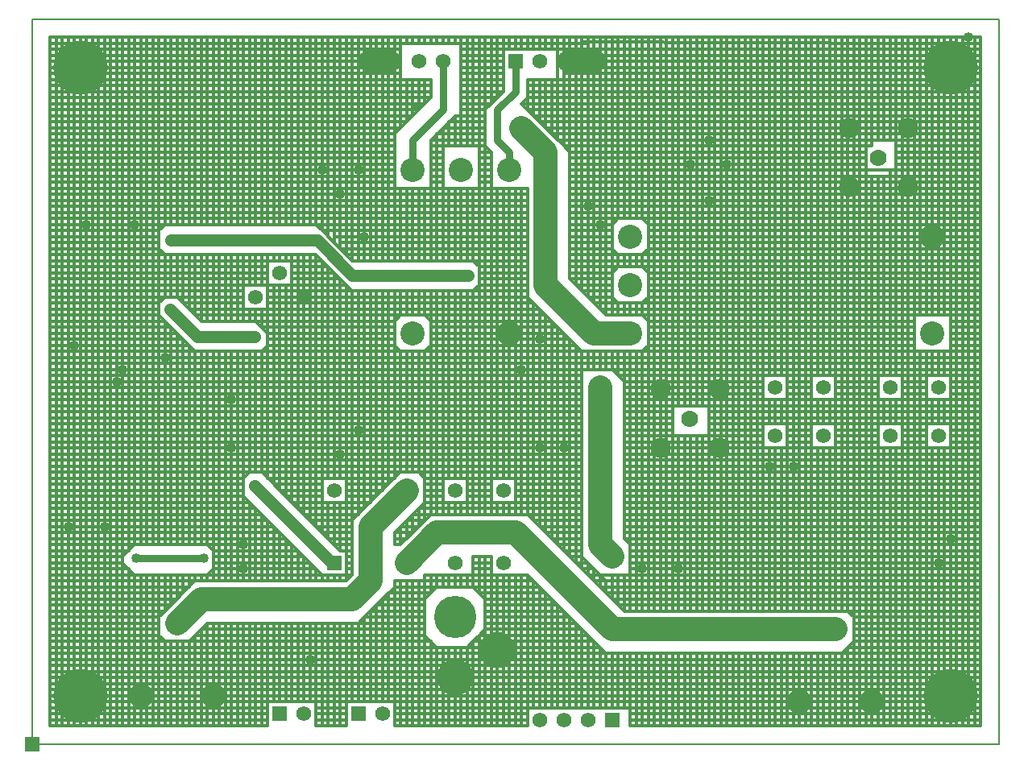
<source format=gbl>
G04 Format statement*
%FSLAX23Y23*%
%MOIN*%
G04 Apeture information*
%ADD10C,.003*%
%ADD11C,.005*%
%ADD12C,.001*%
%ADD13C,.008*%
%ADD14R,.062X.062*%
%ADD15R,.068X.068*%
%ADD16C,.062*%
%ADD17C,.068*%
%ADD18O,.125X.050*%
%ADD19O,.131X.056*%
%ADD20C,.056*%
%ADD21R,.040X.045*%
%ADD22R,.046X.051*%
%ADD23R,.046X.046*%
%ADD24C,.010*%
%ADD25R,.045X.040*%
%ADD26R,.051X.046*%
%ADD27R,.030X.030*%
%ADD28R,.036X.036*%
%ADD29R,.110X.090*%
%ADD30R,.116X.096*%
%ADD31R,.096X.096*%
%ADD32R,.090X.110*%
%ADD33R,.096X.116*%
%ADD34R,.040X.200*%
%ADD35R,.046X.206*%
%ADD36R,.040X.060*%
%ADD37R,.046X.066*%
%ADD38O,.080X.150*%
%ADD39O,.086X.156*%
%ADD40C,.086*%
%ADD41R,.100X.100*%
%ADD42R,.106X.106*%
%ADD43R,.140X.090*%
%ADD44R,.146X.096*%
%ADD45O,.050X.125*%
%ADD46O,.056X.131*%
%ADD47C,.085*%
%ADD48C,.091*%
%ADD49C,.070*%
%ADD50C,.076*%
%ADD51R,.420X.355*%
%ADD52R,.426X.361*%
%ADD53R,.361X.361*%
%ADD54R,.050X.135*%
%ADD55R,.056X.141*%
%ADD56R,.056X.056*%
%ADD57C,.175*%
%ADD58C,.181*%
%ADD59C,.150*%
%ADD60C,.156*%
%AMTHERM150*7,0,0,.170,.150,.050,0*%
%ADD61THERM150*%
%ADD62C,.100*%
%ADD63C,.106*%
%ADD64C,.075*%
%ADD65C,.030*%
%ADD66C,.050*%
%ADD67C,.012*%
%ADD68C,.040*%
%ADD69C,.046*%
%ADD70C,.225*%
%ADD71C,.231*%
%ADD72C,.006*%
G04 End of apeture information*
D14*
D03*D02*D02*X2000Y2825*D03*
D16*
D02*X2100Y2825*D03*
D02*X2200Y2825*D03*
D14*
D02*X1500Y2825*D03*
D16*
D02*X1600Y2825*D03*
D02*X1700Y2825*D03*
D02*X1125Y125*D03*
D14*
D02*X1025Y125*D03*
D16*
D02*X1450Y125*D03*
D14*
D02*X1350Y125*D03*
D02*X2400Y100*D03*
D16*
D02*X2300Y100*D03*
D02*X2200Y100*D03*
D02*X2100Y100*D03*
D02*X3275Y1275*D03*
D02*X3075Y1275*D03*
D02*X3075Y1475*D03*
D02*X3275Y1475*D03*
D02*X3750Y1275*D03*
D02*X3550Y1275*D03*
D02*X3550Y1475*D03*
D02*X3750Y1475*D03*
D47*
D02*X2600Y1225*D03*
D02*X2845Y1225*D03*
D02*X2845Y1470*D03*
D02*X2600Y1470*D03*
D49*
D02*X2722Y1348*D03*
D47*
D02*X3625Y2550*D03*
D02*X3380Y2550*D03*
D02*X3380Y2305*D03*
D02*X3625Y2305*D03*
D49*
D02*X3503Y2427*D03*
D16*
D02*X925Y1850*D03*
D02*X1025Y1950*D03*
D02*X1125Y1850*D03*
D02*X1250Y1050*D03*
D02*X1550Y1050*D03*
D02*X1750Y1050*D03*
D02*X1950Y1050*D03*
D02*X1950Y750*D03*
D02*X1750Y750*D03*
D02*X1550Y750*D03*
D14*
D02*X1250Y750*D03*
D57*
D02*X1750Y525*D03*
D59*
D02*X1925Y390*D03*
D02*X1750Y275*D03*
D16*
D02*X600Y505*D03*
D62*
D02*X750Y200*D03*
D02*X450Y200*D03*
D16*
D02*X3325Y480*D03*
D62*
D02*X3475Y175*D03*
D02*X3175Y175*D03*
D02*X1775Y2375*D03*
D02*X1975Y2375*D03*
D02*X1575Y2375*D03*
D02*X1575Y1700*D03*
D02*X1975Y1700*D03*
D02*X2475Y1900*D03*
D02*X2475Y2100*D03*
D02*X2475Y1700*D03*
D02*X3725Y1700*D03*
D02*X3725Y2100*D03*
D67*
D02*X2025Y2650*
D01*X2200Y2475*
D02*X1500Y2525*
D01*X1650Y2675*
D02*X2275Y2905*
D01*X3650Y2900*
D02*X1200Y2125*
D01*X1325Y2000*
D62*
D02*D02*X1400Y900*
D01*X1550Y1050*
D02*X1325Y600*
D01*X1400Y675*
D02*X600Y500*
D01*X700Y600*
D02*X1550Y750*
D01*X1675Y875*
D02*X2000Y875*
D01*X2400Y475*
D02*X2125Y1900*
D01*X2325Y1700*
D02*X2025Y2550*
D01*X2125Y2450*
D02*X2350Y825*
D01*X2400Y775*
D66*
D02*D02*X570Y1800*
D01*X685Y1685*
D02*X1180Y2085*
D01*X1325Y1940*
D02*X920Y1070*
D01*X1240Y750*
D67*
D02*D02*X2225Y1925*
D01*X2375Y1775*
D02*X2050Y1850*
D01*X2275Y1625*
D02*X2050Y950*
D01*X2450Y550*
D02*X2050Y700*
D01*X2350Y400*
D02*X1375Y525*
D01*X1500Y650*
D02*X875Y1025*
D01*X1200Y700*
D02*X950Y1125*
D01*X1275Y800*
D02*X1175Y2025*
D01*X1300Y1900*
D02*X525Y1775*
D01*X650Y1650*
D65*
D02*D02*X1925Y2500*
D01*X1975Y2450*
D02*X1925Y2625*
D01*X2000Y2700*
D02*X1575Y2500*
D01*X1700Y2625*
D67*
D02*D02*X1325Y925*
D01*X1525Y1125*
D02*X1500Y875*
D01*X1625Y1000*
D02*X1525Y825*
D01*X1650Y950*
D13*
D02*D02*X0Y0*
D01*X4000Y0*
X4000Y3000*
D02*X0Y3000*
D01*X4000Y3000*
D02*X0Y0*
D01*X0Y3000*
D67*
D02*D02*X300Y300*
D01*X1650Y300*
D02*X1975Y300*
D01*X3650Y300*
D02*X325Y275*
D01*X1650Y275*
D02*X1875Y275*
D01*X3650Y275*
D02*X350Y250*
D01*X375Y250*
D02*X525Y250*
D01*X675Y250*
D02*X825Y250*
D01*X1650Y250*
D02*X1875Y250*
D01*X3650Y250*
D02*X350Y225*
D01*X375Y225*
D02*X550Y225*
D01*X675Y225*
D02*X850Y225*
D01*X1650Y225*
D02*X1850Y225*
D01*X3100Y225*
D02*X3250Y225*
D01*X3400Y225*
D02*X3550Y225*
D01*X3650Y225*
D02*X350Y200*
D01*X375Y200*
D02*X550Y200*
D01*X675Y200*
D02*X850Y200*
D01*X1650Y200*
D02*X1825Y200*
D01*X3100Y200*
D02*X3275Y200*
D01*X3400Y200*
D02*X3575Y200*
D01*X3650Y200*
D02*X350Y175*
D01*X375Y175*
D02*X550Y175*
D01*X675Y175*
D02*X850Y175*
D01*X3100Y175*
D02*X3275Y175*
D01*X3400Y175*
D02*X3575Y175*
D01*X3650Y175*
D02*X350Y150*
D01*X375Y150*
D02*X525Y150*
D01*X675Y150*
D02*X825Y150*
D01*X975Y150*
D02*X1200Y150*
D01*X1300Y150*
D02*X1525Y150*
D01*X3100Y150*
D02*X3275Y150*
D01*X3400Y150*
D02*X3575Y150*
D01*X3650Y150*
D02*X325Y125*
D01*X975Y125*
D02*X1200Y125*
D01*X1300Y125*
D02*X1525Y125*
D01*X2050Y125*
D02*X2475Y125*
D01*X3100Y125*
D02*X3250Y125*
D01*X3400Y125*
D02*X3550Y125*
D01*X3650Y125*
D02*X300Y100*
D01*X975Y100*
D02*X1200Y100*
D01*X1300Y100*
D02*X1525Y100*
D01*X2050Y100*
D02*X2475Y100*
D01*X3650Y100*
D02*X1500Y75*
D01*X2050Y75*
D02*X2475Y75*
D01*X3650Y75*
D02*X3100Y225*
D01*X3925Y225*
D02*X3650Y75*
D01*X3900Y75*
D02*X3100Y200*
D01*X3925Y200*
D02*X3100Y175*
D01*X3925Y175*
D02*X3100Y150*
D01*X3925Y150*
D02*X3100Y125*
D01*X3925Y125*
D02*X3900Y75*
D01*X3925Y75*
D02*X3650Y250*
D01*X3925Y250*
D02*X3650Y275*
D01*X3925Y275*
D02*X3650Y300*
D01*X3925Y300*
D02*X3650Y100*
D01*X3925Y100*
D02*X1650Y200*
D01*X1825Y200*
D02*X1650Y225*
D01*X1850Y225*
D02*X1650Y250*
D01*X1875Y250*
D02*X1650Y275*
D01*X1875Y275*
D02*X1650Y300*
D01*X1975Y300*
D02*X75Y75*
D01*X250Y75*
D02*X100Y100*
D01*X300Y100*
D02*X675Y250*
D01*X825Y250*
D02*X675Y225*
D01*X850Y225*
D02*X675Y200*
D01*X850Y200*
D02*X675Y175*
D01*X850Y175*
D02*X650Y150*
D01*X825Y150*
D02*X75Y150*
D01*X525Y150*
D02*X75Y175*
D01*X550Y175*
D02*X75Y200*
D01*X550Y200*
D02*X75Y225*
D01*X575Y225*
D02*X75Y250*
D01*X525Y250*
D02*X75Y275*
D01*X325Y275*
D02*X75Y300*
D01*X300Y300*
D02*X75Y125*
D01*X300Y125*
X325Y125*
D02*X75Y100*
D01*X100Y100*
D02*X1175Y150*
D01*X1200Y150*
D02*X1175Y125*
D01*X1200Y125*
D02*X1175Y100*
D01*X1200Y100*
D02*X1500Y150*
D01*X1525Y150*
D02*X1500Y125*
D01*X1525Y125*
D02*X1500Y100*
D01*X1525Y100*
D02*X1175Y75*
D01*X1300Y75*
D02*X250Y75*
D01*X975Y75*
D02*X75Y350*
D01*X75Y2925*
D02*X100Y350*
D01*X100Y2925*
D02*X125Y350*
D01*X125Y2925*
D02*X150Y350*
D01*X150Y2650*
D02*X175Y350*
D01*X175Y2650*
D02*X200Y350*
D01*X200Y2650*
D02*X225Y350*
D01*X225Y2650*
D02*X250Y350*
D01*X250Y2650*
D02*X275Y350*
D01*X275Y2675*
D02*X300Y350*
D01*X300Y2700*
D02*X300Y75*
D01*X300Y100*
D02*X75Y75*
D01*X75Y350*
D02*X100Y100*
D01*X100Y350*
D02*X125Y75*
D01*X125Y350*
D02*X150Y75*
D01*X150Y350*
D02*X175Y75*
D01*X175Y350*
D02*X200Y75*
D01*X200Y350*
D02*X225Y75*
D01*X225Y350*
D02*X250Y75*
D01*X250Y350*
D02*X275Y75*
D01*X275Y350*
D02*X300Y100*
D01*X300Y350*
D02*X100Y75*
D01*X100Y100*
D02*X300Y2700*
D01*X300Y2925*
D02*X275Y2675*
D01*X275Y2925*
D02*X250Y2650*
D01*X250Y2925*
D02*X225Y2650*
D01*X225Y2925*
D02*X200Y2650*
D01*X200Y2925*
D02*X175Y2650*
D01*X175Y2925*
D02*X150Y2650*
D01*X150Y2925*
D02*X2050Y400*
D01*X2350Y400*
D02*X1650Y400*
D01*X1675Y400*
D62*
D02*D02*X700Y600*
D01*X1325Y600*
D02*X2400Y475*
D01*X3325Y475*
D67*
D02*D02*X75Y625*
D01*X625Y625*
D02*X1475Y625*
D01*X1625Y625*
D02*X1875Y625*
D01*X2125Y625*
D02*X2375Y625*
D01*X3925Y625*
D02*X75Y600*
D01*X600Y600*
D02*X1450Y600*
D01*X1625Y600*
D02*X1875Y600*
D01*X2150Y600*
D02*X2400Y600*
D01*X3925Y600*
D02*X75Y575*
D01*X575Y575*
D02*X1425Y575*
D01*X1625Y575*
D02*X1875Y575*
D01*X2175Y575*
D02*X2425Y575*
D01*X3925Y575*
D02*X75Y550*
D01*X550Y550*
D02*X1400Y550*
D01*X1625Y550*
D02*X1875Y550*
D01*X2200Y550*
D02*X2450Y550*
D01*X3925Y550*
D02*X75Y525*
D01*X525Y525*
D02*X1375Y525*
D01*X1625Y525*
D02*X1875Y525*
D01*X2225Y525*
D02*X3400Y525*
D01*X3925Y525*
D02*X75Y500*
D01*X525Y500*
D02*X725Y500*
D01*X1625Y500*
D02*X1875Y500*
D01*X2250Y500*
D02*X3425Y500*
D01*X3925Y500*
D02*X75Y475*
D01*X525Y475*
D02*X700Y475*
D01*X1625Y475*
D02*X1975Y475*
D01*X2275Y475*
D02*X3425Y475*
D01*X3925Y475*
D02*X75Y450*
D01*X525Y450*
D02*X675Y450*
D01*X1625Y450*
D02*X2025Y450*
D01*X2300Y450*
D02*X3425Y450*
D01*X3925Y450*
D02*X75Y425*
D01*X1625Y425*
D02*X2025Y425*
D01*X2325Y425*
D02*X3400Y425*
D01*X3925Y425*
D02*X75Y400*
D01*X1825Y400*
D02*X3375Y400*
D01*X3925Y400*
D02*X75Y375*
D01*X1825Y375*
D02*X2050Y375*
D01*X3925Y375*
D02*X75Y350*
D01*X1650Y350*
D02*X2025Y350*
D01*X3925Y350*
D02*X250Y325*
D01*X1650Y325*
D02*X2025Y325*
D01*X3650Y325*
D02*X3900Y350*
D01*X3925Y350*
D02*X3650Y325*
D01*X3925Y325*
D02*X1650Y325*
D01*X2025Y325*
D02*X1650Y350*
D01*X2025Y350*
D02*X1825Y375*
D01*X2050Y375*
D02*X1825Y400*
D01*X2050Y400*
D02*X1825Y425*
D01*X2025Y425*
D02*X1850Y450*
D01*X2025Y450*
D02*X1875Y475*
D01*X1975Y475*
D02*X75Y325*
D01*X250Y325*
D02*X1625Y425*
D01*X1650Y425*
D02*X1625Y625*
D01*X1650Y625*
D02*X1850Y625*
D01*X1875Y625*
D02*X3400Y500*
D01*X3425Y500*
D02*X3400Y475*
D01*X3425Y475*
D02*X3400Y450*
D01*X3425Y450*
D02*X325Y350*
D01*X325Y2925*
D02*X325Y75*
D01*X325Y125*
D02*X350Y75*
D01*X350Y2925*
D02*X375Y75*
D01*X375Y2925*
D02*X400Y800*
D01*X400Y2925*
D02*X400Y275*
D01*X400Y725*
D02*X400Y75*
D01*X400Y125*
D02*X425Y825*
D01*X425Y2925*
D02*X425Y275*
D01*X425Y700*
D02*X425Y75*
D01*X425Y100*
D02*X450Y825*
D01*X450Y2925*
D02*X450Y275*
D01*X450Y700*
D02*X450Y75*
D01*X450Y100*
D02*X475Y825*
D01*X475Y2925*
D02*X475Y275*
D01*X475Y700*
D02*X475Y75*
D01*X475Y100*
D02*X500Y825*
D01*X500Y2925*
D02*X500Y275*
D01*X500Y700*
D02*X500Y75*
D01*X500Y125*
D02*X525Y825*
D01*X525Y2925*
D02*X525Y75*
D01*X525Y700*
D02*X550Y2150*
D01*X550Y2925*
D02*X550Y1850*
D01*X550Y2025*
D02*X550Y825*
D01*X550Y1725*
D02*X550Y575*
D01*X550Y700*
D02*X550Y75*
D01*X550Y425*
D02*X575Y2150*
D01*X575Y2925*
D02*X575Y1850*
D01*X575Y2025*
D02*X575Y825*
D01*X575Y1700*
D02*X575Y575*
D01*X575Y700*
D02*X575Y75*
D01*X575Y400*
D02*X600Y2150*
D01*X600Y2925*
D02*X600Y1850*
D01*X600Y2025*
D02*X600Y825*
D01*X600Y1675*
D02*X600Y600*
D01*X600Y700*
D02*X600Y75*
D01*X600Y400*
D02*X625Y2150*
D01*X625Y2925*
D02*X625Y1825*
D01*X625Y2025*
D02*X625Y825*
D01*X625Y1650*
D02*X625Y625*
D01*X625Y700*
D02*X625Y75*
D01*X625Y400*
D02*X325Y125*
D01*X325Y350*
D02*X425Y100*
D01*X425Y275*
D02*X400Y125*
D01*X400Y275*
D02*X450Y100*
D01*X450Y275*
D02*X475Y100*
D01*X475Y275*
D02*X500Y125*
D01*X500Y275*
D02*X625Y400*
D01*X625Y425*
D02*X600Y400*
D01*X600Y425*
D02*X575Y400*
D01*X575Y425*
D02*X550Y550*
D01*X550Y575*
D02*X625Y1650*
D01*X625Y1675*
D02*X600Y1675*
D01*X600Y1700*
D02*X575Y1700*
D01*X575Y1725*
D02*X550Y1725*
D01*X550Y1750*
D02*X550Y550*
D01*X625Y625*
D02*X600Y1850*
D01*X700Y1750*
D02*X625Y625*
D01*X675Y675*
D02*X525Y525*
D01*X550Y550*
D02*X525Y450*
D01*X550Y425*
D02*X525Y1825*
D01*X550Y1850*
D02*X525Y2125*
D01*X550Y2150*
D02*X525Y2050*
D01*X550Y2025*
D02*X375Y775*
D01*X425Y825*
D02*X375Y750*
D01*X425Y700*
D62*
D02*D02*X1675Y875*
D01*X2000Y875*
D65*
D02*D02*X430Y770*
D01*X710Y770*
D66*
D02*D02*X1240Y750*
D01*X1250Y750*
D67*
D02*D02*X75Y950*
D01*X950Y950*
D02*X1125Y950*
D01*X1325Y950*
D02*X1575Y950*
D01*X2275Y950*
D02*X2450Y950*
D01*X3925Y950*
D02*X75Y925*
D01*X975Y925*
D02*X1150Y925*
D01*X1325Y925*
D02*X1550Y925*
D01*X1600Y925*
D02*X2075Y925*
D01*X2275Y925*
D02*X2450Y925*
D01*X3925Y925*
D02*X75Y900*
D01*X1000Y900*
D02*X1175Y900*
D01*X1325Y900*
D02*X1525Y900*
D01*X1600Y900*
D02*X2100Y900*
D01*X2275Y900*
D02*X2450Y900*
D01*X3925Y900*
D02*X75Y875*
D01*X1025Y875*
D02*X1200Y875*
D01*X1325Y875*
D02*X1500Y875*
D01*X1575Y875*
D02*X2125Y875*
D01*X2275Y875*
D02*X2450Y875*
D01*X3925Y875*
D02*X75Y850*
D01*X1050Y850*
D02*X1225Y850*
D01*X1325Y850*
D02*X1500Y850*
D01*X1550Y850*
D02*X2150Y850*
D01*X2275Y850*
D02*X2450Y850*
D01*X3925Y850*
D02*X75Y825*
D01*X1075Y825*
D02*X1250Y825*
D01*X1325Y825*
D02*X1500Y825*
D01*X1525Y825*
D02*X2175Y825*
D01*X2275Y825*
D02*X2475Y825*
D01*X3925Y825*
D02*X75Y800*
D01*X400Y800*
D02*X750Y800*
D01*X1100Y800*
D02*X1275Y800*
D01*X1325Y800*
D02*X2200Y800*
D01*X2275Y800*
D02*X2500Y800*
D01*X3925Y800*
D02*X75Y775*
D01*X375Y775*
D02*X775Y775*
D01*X1125Y775*
D02*X1825Y775*
D01*X1900Y775*
D02*X2225Y775*
D01*X2275Y775*
D02*X2500Y775*
D01*X3925Y775*
D02*X75Y750*
D01*X375Y750*
D02*X775Y750*
D01*X1150Y750*
D02*X1675Y700*
D01*X1700Y700*
D02*X1825Y750*
D01*X1900Y750*
D02*X2250Y750*
D01*X2300Y750*
D02*X2500Y750*
D01*X3925Y750*
D02*X750Y725*
D01*X1175Y725*
D02*X1825Y725*
D01*X1900Y725*
D02*X2025Y700*
D01*X2050Y700*
D02*X2275Y725*
D01*X2325Y725*
D02*X2475Y725*
D01*X3925Y725*
D02*X75Y700*
D01*X1325Y700*
D02*X1625Y700*
D01*X2050Y700*
D02*X2300Y700*
D01*X3925Y700*
D02*X75Y675*
D01*X1300Y675*
D02*X1500Y675*
D01*X2075Y675*
D02*X2325Y675*
D01*X3925Y675*
D02*X75Y650*
D01*X625Y650*
D02*X1500Y650*
D01*X2100Y650*
D02*X2350Y650*
D01*X3925Y650*
D02*X2475Y750*
D01*X2500Y750*
D02*X2475Y775*
D01*X2500Y775*
D02*X2475Y800*
D01*X2500Y800*
D02*X75Y725*
D01*X400Y725*
D02*X1325Y950*
D01*X1350Y950*
D02*X1600Y925*
D01*X1625Y925*
D02*X1300Y725*
D01*X1325Y725*
D02*X1300Y750*
D01*X1325Y750*
D02*X1300Y775*
D01*X1325Y775*
D02*X625Y650*
D01*X650Y650*
D02*X750Y750*
D01*X775Y750*
D02*X750Y775*
D01*X775Y775*
D02*X650Y2150*
D01*X650Y2925*
D02*X650Y1800*
D01*X650Y2025*
D02*X650Y825*
D01*X650Y1625*
D02*X650Y675*
D01*X650Y700*
D02*X650Y75*
D01*X650Y425*
D02*X675Y2150*
D01*X675Y2925*
D02*X675Y1775*
D01*X675Y2025*
D02*X675Y825*
D01*X675Y1625*
D02*X675Y675*
D01*X675Y700*
D02*X675Y75*
D01*X675Y450*
D02*X700Y2150*
D01*X700Y2925*
D02*X700Y1750*
D01*X700Y2025*
D02*X700Y825*
D01*X700Y1625*
D02*X700Y675*
D01*X700Y700*
D02*X700Y275*
D01*X700Y475*
D02*X700Y75*
D01*X700Y125*
D02*X725Y2150*
D01*X725Y2925*
D02*X725Y1750*
D01*X725Y2025*
D02*X725Y825*
D01*X725Y1625*
D02*X725Y675*
D01*X725Y700*
D02*X725Y275*
D01*X725Y500*
D02*X725Y75*
D01*X725Y100*
D02*X750Y2150*
D01*X750Y2925*
D02*X750Y1750*
D01*X750Y2025*
D02*X750Y675*
D01*X750Y1625*
D02*X750Y275*
D01*X750Y500*
D02*X750Y75*
D01*X750Y100*
D02*X775Y2150*
D01*X775Y2925*
D02*X775Y1750*
D01*X775Y2025*
D02*X775Y675*
D01*X775Y1625*
D02*X775Y275*
D01*X775Y500*
D02*X775Y75*
D01*X775Y100*
D02*X800Y2150*
D01*X800Y2925*
D02*X800Y1750*
D01*X800Y2025*
D02*X800Y675*
D01*X800Y1625*
D02*X800Y275*
D01*X800Y500*
D02*X800Y75*
D01*X800Y125*
D02*X825Y2150*
D01*X825Y2925*
D02*X825Y1750*
D01*X825Y2025*
D02*X825Y675*
D01*X825Y1625*
D02*X825Y75*
D01*X825Y500*
D02*X850Y2150*
D01*X850Y2925*
D02*X850Y1750*
D01*X850Y2025*
D02*X850Y675*
D01*X850Y1625*
D02*X850Y75*
D01*X850Y500*
D02*X875Y2150*
D01*X875Y2925*
D02*X875Y1750*
D01*X875Y2025*
D02*X875Y675*
D01*X875Y1625*
D02*X875Y75*
D01*X875Y500*
D02*X900Y2150*
D01*X900Y2925*
D02*X900Y1900*
D01*X900Y2025*
D02*X900Y1750*
D01*X900Y1775*
D02*X900Y1125*
D01*X900Y1625*
D02*X900Y675*
D01*X900Y1000*
D02*X900Y75*
D01*X900Y500*
D02*X925Y2150*
D01*X925Y2925*
D02*X925Y1900*
D01*X925Y2025*
D02*X925Y1750*
D01*X925Y1775*
D02*X925Y1125*
D01*X925Y1625*
D02*X925Y675*
D01*X925Y975*
D02*X925Y75*
D01*X925Y500*
D02*X950Y2150*
D01*X950Y2925*
D02*X950Y1900*
D01*X950Y2025*
D02*X950Y1725*
D01*X950Y1775*
D02*X950Y1125*
D01*X950Y1625*
D02*X950Y675*
D01*X950Y950*
D02*X950Y75*
D01*X950Y500*
D02*X700Y125*
D01*X700Y275*
D02*X725Y100*
D01*X725Y275*
D02*X750Y100*
D01*X750Y275*
D02*X775Y100*
D01*X775Y275*
D02*X800Y125*
D01*X800Y275*
D02*X950Y1775*
D01*X950Y1800*
D02*X925Y1775*
D01*X925Y1800*
D02*X900Y1775*
D01*X900Y1800*
D02*X650Y1625*
D01*X650Y1650*
D02*X650Y650*
D01*X650Y675*
D02*X650Y425*
D01*X725Y500*
D02*X875Y1100*
D01*X900Y1125*
D02*X925Y1750*
D01*X975Y1700*
D02*X950Y1625*
D01*X975Y1650*
D02*X650Y1650*
D01*X675Y1625*
D02*X725Y700*
D01*X750Y725*
D02*X725Y825*
D01*X750Y800*
D02*X75Y1275*
D01*X2275Y1275*
D02*X2450Y1275*
D01*X2525Y1275*
D02*X2650Y1275*
D01*X2775Y1275*
D02*X2925Y1275*
D01*X3025Y1275*
D02*X3150Y1275*
D01*X3225Y1275*
D02*X3350Y1275*
D01*X3500Y1275*
D02*X3625Y1275*
D01*X3700Y1275*
D02*X3825Y1275*
D01*X3925Y1275*
D02*X75Y1250*
D01*X2275Y1250*
D02*X2450Y1250*
D01*X2525Y1250*
D02*X2675Y1250*
D01*X2775Y1250*
D02*X2925Y1250*
D01*X3025Y1250*
D02*X3150Y1250*
D01*X3225Y1250*
D02*X3350Y1250*
D01*X3500Y1250*
D02*X3625Y1250*
D01*X3700Y1250*
D02*X3825Y1250*
D01*X3925Y1250*
D02*X75Y1225*
D01*X2275Y1225*
D02*X2450Y1225*
D01*X2525Y1225*
D02*X2675Y1225*
D01*X2775Y1225*
D02*X2925Y1225*
D01*X3925Y1225*
D02*X75Y1200*
D01*X2275Y1200*
D02*X2450Y1200*
D01*X2525Y1200*
D02*X2675Y1200*
D01*X2775Y1200*
D02*X2925Y1200*
D01*X3925Y1200*
D02*X75Y1175*
D01*X2275Y1175*
D02*X2450Y1175*
D01*X2525Y1175*
D02*X2650Y1175*
D01*X2775Y1175*
D02*X2900Y1175*
D01*X3925Y1175*
D02*X75Y1150*
D01*X2275Y1150*
D02*X2450Y1150*
D01*X3925Y1150*
D02*X75Y1125*
D01*X2275Y1125*
D02*X2450Y1125*
D01*X3925Y1125*
D02*X75Y1100*
D01*X875Y1100*
D02*X975Y1100*
D01*X1475Y1100*
D02*X1625Y1100*
D01*X2275Y1100*
D02*X2450Y1100*
D01*X3925Y1100*
D02*X75Y1075*
D01*X875Y1075*
D02*X1000Y1075*
D01*X1200Y1075*
D02*X1325Y1075*
D01*X1475Y1075*
D02*X1650Y1075*
D01*X1700Y1075*
D02*X1825Y1075*
D01*X1900Y1075*
D02*X2025Y1075*
D01*X2275Y1075*
D02*X2450Y1075*
D01*X3925Y1075*
D02*X75Y1050*
D01*X875Y1050*
D02*X1025Y1050*
D01*X1200Y1050*
D02*X1325Y1050*
D01*X1450Y1050*
D02*X1650Y1050*
D01*X1700Y1050*
D02*X1825Y1050*
D01*X1900Y1050*
D02*X2025Y1050*
D01*X2275Y1050*
D02*X2450Y1050*
D01*X3925Y1050*
D02*X75Y1025*
D01*X875Y1025*
D02*X1050Y1025*
D01*X1200Y1025*
D02*X1325Y1025*
D01*X1425Y1025*
D02*X1650Y1025*
D01*X1700Y1025*
D02*X1825Y1025*
D01*X1900Y1025*
D02*X2025Y1025*
D01*X2275Y1025*
D02*X2450Y1025*
D01*X3925Y1025*
D02*X75Y1000*
D01*X900Y1000*
D02*X1075Y1000*
D01*X1400Y1000*
D02*X1625Y1000*
D01*X2275Y1000*
D02*X2450Y1000*
D01*X3925Y1000*
D02*X75Y975*
D01*X925Y975*
D02*X1100Y975*
D01*X1375Y975*
D02*X1600Y975*
D01*X2275Y975*
D02*X2450Y975*
D01*X3925Y975*
D02*X2525Y1275*
D01*X2650Y1275*
D02*X2525Y1175*
D01*X2675Y1175*
D02*X2525Y1200*
D01*X2675Y1200*
D02*X2525Y1225*
D01*X2675Y1225*
D02*X2525Y1250*
D01*X2675Y1250*
D02*X2775Y1175*
D01*X2900Y1175*
D02*X2775Y1200*
D01*X2925Y1200*
D02*X2775Y1225*
D01*X2925Y1225*
D02*X2775Y1250*
D01*X2925Y1250*
D02*X2775Y1275*
D01*X2925Y1275*
D02*X3600Y1275*
D01*X3625Y1275*
D02*X3600Y1250*
D01*X3625Y1250*
D02*X3325Y1250*
D01*X3350Y1250*
D02*X3325Y1275*
D01*X3350Y1275*
D02*X3125Y1275*
D01*X3150Y1275*
D02*X3125Y1250*
D01*X3175Y1250*
D02*X3800Y1250*
D01*X3825Y1250*
D02*X3800Y1275*
D01*X3825Y1275*
D02*X2000Y1025*
D01*X2025Y1025*
D02*X2000Y1050*
D01*X2025Y1050*
D02*X2000Y1075*
D01*X2025Y1075*
D02*X1800Y1025*
D01*X1825Y1025*
D02*X1800Y1050*
D01*X1825Y1050*
D02*X1800Y1075*
D01*X1825Y1075*
D02*X1625Y1025*
D01*X1650Y1025*
D02*X1625Y1050*
D01*X1650Y1050*
D02*X1625Y1075*
D01*X1650Y1075*
D02*X1475Y1100*
D01*X1500Y1100*
D02*X1300Y1025*
D01*X1325Y1025*
D02*X1300Y1050*
D01*X1325Y1050*
D02*X1300Y1075*
D01*X1325Y1075*
D02*X1200Y2125*
D01*X1200Y2150*
D02*X975Y2150*
D01*X975Y2925*
D02*X975Y1100*
D01*X975Y2025*
D02*X975Y675*
D01*X975Y925*
D02*X975Y75*
D01*X975Y500*
D02*X1000Y2150*
D01*X1000Y2925*
D02*X1000Y2000*
D01*X1000Y2025*
D02*X1000Y1075*
D01*X1000Y1875*
D02*X1000Y675*
D01*X1000Y900*
D02*X1000Y175*
D01*X1000Y500*
D02*X1025Y2150*
D01*X1025Y2925*
D02*X1025Y2000*
D01*X1025Y2025*
D02*X1025Y1050*
D01*X1025Y1875*
D02*X1025Y675*
D01*X1025Y875*
D02*X1025Y175*
D01*X1025Y500*
D02*X1050Y2150*
D01*X1050Y2925*
D02*X1050Y2000*
D01*X1050Y2025*
D02*X1050Y1025*
D01*X1050Y1875*
D02*X1050Y675*
D01*X1050Y850*
D02*X1050Y175*
D01*X1050Y500*
D02*X1075Y2150*
D01*X1075Y2925*
D02*X1075Y1000*
D01*X1075Y2025*
D02*X1075Y675*
D01*X1075Y825*
D02*X1075Y175*
D01*X1075Y500*
D02*X1100Y2150*
D01*X1100Y2925*
D02*X1100Y1900*
D01*X1100Y2025*
D02*X1100Y975*
D01*X1100Y1775*
D02*X1100Y675*
D01*X1100Y800*
D02*X1100Y175*
D01*X1100Y500*
D02*X1125Y2150*
D01*X1125Y2925*
D02*X1125Y1900*
D01*X1125Y2025*
D02*X1125Y950*
D01*X1125Y1775*
D02*X1125Y675*
D01*X1125Y775*
D02*X1125Y175*
D01*X1125Y500*
D02*X1150Y2150*
D01*X1150Y2925*
D02*X1150Y1900*
D01*X1150Y2025*
D02*X1150Y925*
D01*X1150Y1775*
D02*X1150Y675*
D01*X1150Y750*
D02*X1150Y175*
D01*X1150Y500*
D02*X1175Y2150*
D01*X1175Y2925*
D02*X1175Y900*
D01*X1175Y2000*
D02*X1175Y675*
D01*X1175Y725*
D02*X1175Y75*
D01*X1175Y500*
D02*X1200Y2150*
D01*X1200Y2925*
D02*X1200Y875*
D01*X1200Y1975*
D02*X1200Y675*
D01*X1200Y700*
D02*X1200Y75*
D01*X1200Y500*
D02*X1225Y2100*
D01*X1225Y2925*
D02*X1225Y1100*
D01*X1225Y1950*
D02*X1225Y850*
D01*X1225Y975*
D02*X1225Y75*
D01*X1225Y500*
D02*X1250Y2075*
D01*X1250Y2925*
D02*X1250Y1100*
D01*X1250Y1925*
D02*X1250Y825*
D01*X1250Y975*
D02*X1250Y75*
D01*X1250Y500*
D02*X1275Y2050*
D01*X1275Y2925*
D02*X1275Y1100*
D01*X1275Y1900*
D02*X1275Y800*
D01*X1275Y975*
D02*X1275Y75*
D01*X1275Y500*
D02*X1100Y1775*
D01*X1100Y1900*
D02*X1125Y1775*
D01*X1125Y1900*
D02*X1150Y1775*
D01*X1150Y1900*
D02*X1275Y1900*
D01*X1275Y1925*
D02*X1250Y1925*
D01*X1250Y1950*
D02*X1225Y1950*
D01*X1225Y1975*
D02*X1200Y1975*
D01*X1200Y2000*
D02*X1175Y2000*
D01*X1175Y2025*
D02*X1050Y1875*
D01*X1050Y1900*
D02*X1025Y1875*
D01*X1025Y1900*
D02*X1000Y1875*
D01*X1000Y1900*
D02*X1225Y975*
D01*X1225Y1000*
D02*X1250Y975*
D01*X1250Y1000*
D02*X1275Y975*
D01*X1275Y1000*
D02*X1225Y675*
D01*X1225Y700*
D02*X1250Y675*
D01*X1250Y700*
D02*X1275Y675*
D01*X1275Y700*
D02*X1175Y2150*
D01*X1200Y2125*
D02*X75Y1575*
D01*X3925Y1575*
D02*X75Y1550*
D01*X3925Y1550*
D02*X75Y1525*
D01*X2275Y1525*
D02*X2425Y1525*
D01*X2525Y1525*
D02*X2650Y1525*
D01*X2825Y1525*
D02*X2900Y1525*
D01*X3925Y1525*
D02*X75Y1500*
D01*X2275Y1500*
D02*X2450Y1500*
D01*X2525Y1500*
D02*X2675Y1500*
D01*X2775Y1500*
D02*X2925Y1500*
D01*X3025Y1500*
D02*X3150Y1500*
D01*X3225Y1500*
D02*X3350Y1500*
D01*X3500Y1500*
D02*X3625Y1500*
D01*X3700Y1500*
D02*X3825Y1500*
D01*X3925Y1500*
D02*X75Y1475*
D01*X2275Y1475*
D02*X2450Y1475*
D01*X2525Y1475*
D02*X2675Y1475*
D01*X2775Y1475*
D02*X2925Y1475*
D01*X3025Y1475*
D02*X3150Y1475*
D01*X3225Y1475*
D02*X3350Y1475*
D01*X3500Y1475*
D02*X3625Y1475*
D01*X3700Y1475*
D02*X3825Y1475*
D01*X3925Y1475*
D02*X75Y1450*
D01*X2275Y1450*
D02*X2450Y1450*
D01*X2525Y1450*
D02*X2675Y1450*
D01*X2775Y1450*
D02*X2925Y1450*
D01*X3025Y1450*
D02*X3150Y1450*
D01*X3225Y1450*
D02*X3350Y1450*
D01*X3500Y1450*
D02*X3625Y1450*
D01*X3700Y1450*
D02*X3825Y1450*
D01*X3925Y1450*
D02*X75Y1425*
D01*X2275Y1425*
D02*X2450Y1425*
D01*X2525Y1425*
D02*X2675Y1425*
D01*X2775Y1425*
D02*X2900Y1425*
D01*X3925Y1425*
D02*X75Y1400*
D01*X2275Y1400*
D02*X2450Y1400*
D01*X3925Y1400*
D02*X75Y1375*
D01*X2275Y1375*
D02*X2800Y1375*
D01*X3925Y1375*
D02*X75Y1350*
D01*X2275Y1350*
D02*X2450Y1350*
D01*X2650Y1350*
D02*X2800Y1350*
D01*X3925Y1350*
D02*X75Y1325*
D01*X2275Y1325*
D02*X2450Y1325*
D01*X2650Y1325*
D02*X2800Y1325*
D01*X3925Y1325*
D02*X75Y1300*
D01*X2275Y1300*
D02*X2450Y1300*
D01*X2650Y1300*
D02*X2800Y1300*
D01*X3025Y1300*
D02*X3150Y1300*
D01*X3225Y1300*
D02*X3350Y1300*
D01*X3500Y1300*
D02*X3625Y1300*
D01*X3700Y1300*
D02*X3825Y1300*
D01*X3925Y1300*
D02*X2775Y1450*
D01*X2925Y1450*
D02*X2775Y1475*
D01*X2925Y1475*
D02*X2775Y1500*
D01*X2925Y1500*
D02*X2825Y1525*
D01*X2900Y1525*
D02*X2775Y1425*
D01*X2900Y1425*
D02*X2525Y1525*
D01*X2650Y1525*
D02*X2525Y1500*
D01*X2675Y1500*
D02*X2525Y1475*
D01*X2675Y1475*
D02*X2525Y1450*
D01*X2675Y1450*
D02*X2525Y1425*
D01*X2675Y1425*
D02*X2450Y1375*
D01*X2650Y1375*
D02*X3600Y1450*
D01*X3625Y1450*
D02*X3600Y1475*
D01*X3625Y1475*
D02*X3600Y1500*
D01*X3625Y1500*
D02*X3600Y1300*
D01*X3625Y1300*
D02*X3325Y1300*
D01*X3350Y1300*
D02*X3125Y1450*
D01*X3150Y1450*
D02*X3125Y1475*
D01*X3150Y1475*
D02*X3125Y1500*
D01*X3150Y1500*
D02*X3125Y1300*
D01*X3150Y1300*
D02*X3800Y1300*
D01*X3825Y1300*
D02*X3800Y1450*
D01*X3825Y1450*
D02*X3800Y1475*
D01*X3825Y1475*
D02*X3800Y1500*
D01*X3825Y1500*
D02*X3325Y1450*
D01*X3350Y1450*
D02*X3325Y1475*
D01*X3350Y1475*
D02*X3325Y1500*
D01*X3350Y1500*
D02*X1575Y2900*
D01*X1575Y2925*
D02*X1550Y2900*
D01*X1550Y2925*
D02*X1525Y2675*
D01*X1525Y2750*
D02*X1550Y2675*
D01*X1550Y2750*
D02*X1575Y2675*
D01*X1575Y2750*
D02*X1475Y2725*
D01*X1475Y2925*
D02*X1500Y2675*
D01*X1500Y2925*
D02*X1525Y2750*
D01*X1525Y2925*
D02*X1500Y2500*
D01*X1500Y2550*
D02*X1475Y2500*
D01*X1475Y2525*
D02*X1450Y2500*
D01*X1450Y2525*
D02*X1450Y2725*
D01*X1450Y2925*
D02*X1575Y2600*
D01*X1575Y2675*
D02*X1550Y2575*
D01*X1550Y2675*
D02*X1525Y2550*
D01*X1525Y2675*
D02*X1500Y2550*
D01*X1500Y2675*
D02*X1475Y2525*
D01*X1475Y2725*
D02*X1450Y2525*
D01*X1450Y2725*
D02*X1550Y2275*
D01*X1550Y2300*
D02*X1575Y2275*
D01*X1575Y2300*
D02*X1500Y2000*
D01*X1500Y2500*
D02*X1450Y2475*
D01*X1450Y2500*
D02*X1475Y2000*
D01*X1475Y2500*
D02*X1450Y2000*
D01*X1450Y2475*
D62*
D02*D02*X1400Y675*
D01*X1400Y900*
D67*
D02*D02*X1300Y2025*
D01*X1300Y2925*
D02*X1300Y675*
D01*X1300Y1875*
D02*X1300Y75*
D01*X1300Y500*
D02*X1325Y2000*
D01*X1325Y2925*
D02*X1325Y700*
D01*X1325Y1875*
D02*X1325Y175*
D01*X1325Y500*
D02*X1350Y2000*
D01*X1350Y2925*
D02*X1350Y975*
D01*X1350Y1875*
D02*X1350Y175*
D01*X1350Y500*
D02*X1375Y2000*
D01*X1375Y2925*
D02*X1375Y975*
D01*X1375Y1875*
D02*X1375Y175*
D01*X1375Y525*
D02*X1400Y2000*
D01*X1400Y2925*
D02*X1400Y1000*
D01*X1400Y1875*
D02*X1400Y175*
D01*X1400Y550*
D02*X1425Y2000*
D01*X1425Y2925*
D02*X1425Y1025*
D01*X1425Y1875*
D02*X1425Y175*
D01*X1425Y575*
D02*X1450Y1050*
D01*X1450Y1875*
D02*X1450Y175*
D01*X1450Y600*
D02*X1475Y1075*
D01*X1475Y1875*
D02*X1475Y175*
D01*X1475Y625*
D02*X1500Y1125*
D01*X1500Y1875*
D02*X1500Y825*
D01*X1500Y875*
D02*X1500Y75*
D01*X1500Y675*
D02*X1525Y2000*
D01*X1525Y2300*
D02*X1525Y1775*
D01*X1525Y1875*
D02*X1525Y1125*
D01*X1525Y1625*
D02*X1525Y825*
D01*X1525Y900*
D02*X1525Y75*
D01*X1525Y650*
D02*X1550Y2000*
D01*X1550Y2275*
D02*X1550Y1775*
D01*X1550Y1875*
D02*X1550Y1125*
D01*X1550Y1600*
D02*X1550Y850*
D01*X1550Y925*
D02*X1550Y75*
D01*X1550Y650*
D02*X1575Y2000*
D01*X1575Y2275*
D02*X1575Y1775*
D01*X1575Y1875*
D02*X1575Y1125*
D01*X1575Y1600*
D02*X1575Y875*
D01*X1575Y950*
D02*X1575Y75*
D01*X1575Y650*
D02*X1300Y1875*
D01*X1300Y1900*
D65*
D02*D02*X1575Y2375*
D01*X1575Y2500*
D67*
D02*D02*X1350Y950*
D01*X1350Y975*
D02*X1500Y1100*
D01*X1500Y1125*
D02*X1525Y650*
D01*X1525Y675*
D02*X1550Y650*
D01*X1550Y675*
D02*X1575Y650*
D01*X1575Y675*
D02*X1550Y1600*
D01*X1550Y1625*
D02*X1575Y1600*
D01*X1575Y1625*
D02*X1575Y2625*
D01*X1600Y2650*
D02*X1300Y675*
D01*X1325Y700*
D02*X1350Y500*
D01*X1375Y525*
D02*X1300Y1900*
D01*X1325Y1875*
D02*X1500Y1750*
D01*X1525Y1775*
D02*X1500Y1650*
D01*X1525Y1625*
D62*
D02*D02*X2325Y1700*
D01*X2475Y1700*
D66*
D02*D02*X685Y1685*
D01*X920Y1685*
D67*
D02*D02*X75Y1900*
D01*X1275Y1900*
D02*X1850Y1900*
D01*X2050Y1900*
D02*X2250Y1900*
D01*X2400Y1900*
D02*X2575Y1900*
D01*X3925Y1900*
D02*X75Y1875*
D01*X875Y1875*
D02*X1000Y1875*
D01*X1075Y1875*
D02*X1200Y1875*
D01*X2050Y1875*
D02*X2275Y1875*
D01*X2400Y1875*
D02*X2575Y1875*
D01*X3925Y1875*
D02*X75Y1850*
D01*X875Y1850*
D02*X1000Y1850*
D01*X1075Y1850*
D02*X1200Y1850*
D01*X2050Y1850*
D02*X2300Y1850*
D01*X2400Y1850*
D02*X2550Y1850*
D01*X3925Y1850*
D02*X75Y1825*
D01*X525Y1825*
D02*X625Y1825*
D01*X875Y1825*
D02*X1000Y1825*
D01*X1075Y1825*
D02*X1200Y1825*
D01*X2075Y1825*
D02*X2325Y1825*
D01*X3925Y1825*
D02*X75Y1800*
D01*X525Y1800*
D02*X650Y1800*
D01*X2100Y1800*
D02*X2350Y1800*
D01*X3925Y1800*
D02*X75Y1775*
D01*X525Y1775*
D02*X675Y1775*
D01*X2125Y1775*
D02*X2375Y1775*
D01*X3925Y1775*
D02*X75Y1750*
D01*X550Y1750*
D02*X700Y1750*
D01*X1500Y1750*
D02*X1650Y1750*
D01*X1900Y1750*
D02*X2050Y1750*
D01*X2150Y1750*
D02*X2550Y1750*
D01*X3650Y1750*
D02*X3800Y1750*
D01*X3925Y1750*
D02*X75Y1725*
D01*X575Y1725*
D02*X950Y1725*
D01*X1500Y1725*
D02*X1675Y1725*
D01*X1900Y1725*
D02*X2075Y1725*
D01*X2175Y1725*
D02*X2575Y1725*
D01*X3650Y1725*
D02*X3825Y1725*
D01*X3925Y1725*
D02*X75Y1700*
D01*X600Y1700*
D02*X975Y1700*
D01*X1500Y1700*
D02*X1675Y1700*
D01*X1900Y1700*
D02*X2075Y1700*
D01*X2200Y1700*
D02*X2575Y1700*
D01*X3650Y1700*
D02*X3825Y1700*
D01*X3925Y1700*
D02*X75Y1675*
D01*X625Y1675*
D02*X1000Y1675*
D01*X1500Y1675*
D02*X1675Y1675*
D01*X1900Y1675*
D02*X2075Y1675*
D01*X2225Y1675*
D02*X2575Y1675*
D01*X3650Y1675*
D02*X3825Y1675*
D01*X3925Y1675*
D02*X75Y1650*
D01*X650Y1650*
D02*X975Y1650*
D01*X1500Y1650*
D02*X1650Y1650*
D01*X1900Y1650*
D02*X2050Y1650*
D01*X2250Y1650*
D02*X2550Y1650*
D01*X3650Y1650*
D02*X3800Y1650*
D01*X3925Y1650*
D02*X75Y1625*
D01*X3925Y1625*
D02*X75Y1600*
D01*X3925Y1600*
D02*X1900Y1750*
D01*X2050Y1750*
D02*X1900Y1725*
D01*X2075Y1725*
D02*X1900Y1700*
D01*X2075Y1700*
D02*X1900Y1675*
D01*X2075Y1675*
D02*X1900Y1650*
D01*X2050Y1650*
D02*X1075Y1875*
D01*X1200Y1875*
D02*X1075Y1850*
D01*X1200Y1850*
D02*X1075Y1825*
D01*X1200Y1825*
D02*X1275Y1900*
D01*X1300Y1900*
D02*X975Y1875*
D01*X1000Y1875*
D02*X975Y1850*
D01*X1000Y1850*
D02*X975Y1825*
D01*X1000Y1825*
D02*X975Y1675*
D01*X1000Y1675*
D02*X3800Y1675*
D01*X3825Y1675*
D02*X3800Y1700*
D01*X3825Y1700*
D02*X3800Y1725*
D01*X3850Y1725*
D02*X1650Y1675*
D01*X1675Y1675*
D02*X1650Y1700*
D01*X1675Y1700*
D02*X1650Y1725*
D01*X1675Y1725*
D02*X2550Y1900*
D01*X2575Y1900*
D02*X2550Y1875*
D01*X2575Y1875*
D02*X2550Y1675*
D01*X2575Y1675*
D02*X2550Y1725*
D01*X2575Y1725*
D02*X2550Y1700*
D01*X2575Y1700*
D02*X1775Y2750*
D01*X1775Y2875*
D02*X1900Y2650*
D01*X1900Y2675*
D02*X1875Y2450*
D01*X1875Y2475*
D02*X1850Y2450*
D01*X1850Y2475*
D02*X1700Y2450*
D01*X1700Y2550*
D02*X1725Y2500*
D01*X1725Y2575*
D02*X1750Y2525*
D01*X1750Y2600*
D02*X1675Y2450*
D01*X1675Y2525*
D02*X1650Y2450*
D01*X1650Y2500*
D02*X1900Y2900*
D01*X1900Y2925*
D02*X1875Y2900*
D01*X1875Y2925*
D02*X1850Y2900*
D01*X1850Y2925*
D02*X1825Y2900*
D01*X1825Y2925*
D02*X1800Y2900*
D01*X1800Y2925*
D02*X1775Y2900*
D01*X1775Y2925*
D02*X1750Y2900*
D01*X1750Y2925*
D02*X1725Y2900*
D01*X1725Y2925*
D02*X1700Y2900*
D01*X1700Y2925*
D02*X1675Y2900*
D01*X1675Y2925*
D02*X1650Y2900*
D01*X1650Y2925*
D02*X1625Y2900*
D01*X1625Y2925*
D02*X1600Y2900*
D01*X1600Y2925*
D02*X1625Y2650*
D01*X1625Y2750*
D02*X1600Y2625*
D01*X1600Y2750*
D02*X1650Y2675*
D01*X1650Y2750*
D02*X1900Y2675*
D01*X1900Y2900*
D02*X1875Y2475*
D01*X1875Y2900*
D02*X1850Y2475*
D01*X1850Y2900*
D02*X1825Y2475*
D01*X1825Y2900*
D02*X1800Y2475*
D01*X1800Y2900*
D02*X1775Y2475*
D01*X1775Y2750*
D02*X1775Y2875*
D01*X1775Y2900*
D02*X1750Y2475*
D01*X1750Y2525*
D02*X1725Y2475*
D01*X1725Y2500*
D02*X1850Y950*
D01*X1850Y2450*
D02*X1875Y950*
D01*X1875Y2450*
D02*X1750Y2275*
D01*X1750Y2300*
D02*X1775Y2275*
D01*X1775Y2300*
D02*X1800Y2275*
D01*X1800Y2300*
D02*X1700Y2000*
D01*X1700Y2450*
D02*X1650Y2300*
D01*X1650Y2450*
D02*X1675Y2000*
D01*X1675Y2450*
D02*X1600Y2275*
D01*X1600Y2300*
D02*X1650Y2000*
D01*X1650Y2300*
D02*X1600Y2000*
D01*X1600Y2275*
D02*X1600Y1775*
D01*X1600Y1875*
D02*X1600Y1125*
D01*X1600Y1600*
D02*X1600Y900*
D01*X1600Y975*
D02*X1600Y75*
D01*X1600Y675*
D02*X1625Y2000*
D01*X1625Y2300*
D02*X1625Y1775*
D01*X1625Y1875*
D02*X1625Y950*
D01*X1625Y1625*
D02*X1625Y75*
D01*X1625Y700*
D02*X1650Y950*
D01*X1650Y1875*
D02*X1650Y650*
D01*X1650Y700*
D02*X1650Y75*
D01*X1650Y400*
D02*X1675Y950*
D01*X1675Y1875*
D02*X1675Y650*
D01*X1675Y700*
D02*X1675Y75*
D01*X1675Y200*
D02*X1700Y950*
D01*X1700Y1875*
D02*X1700Y650*
D01*X1700Y700*
D02*X1700Y375*
D01*X1700Y400*
D02*X1700Y75*
D01*X1700Y175*
D02*X1725Y2000*
D01*X1725Y2300*
D02*X1725Y1100*
D01*X1725Y1875*
D02*X1725Y950*
D01*X1725Y975*
D02*X1725Y650*
D01*X1725Y675*
D02*X1725Y375*
D01*X1725Y400*
D02*X1725Y75*
D01*X1725Y150*
D02*X1750Y2000*
D01*X1750Y2275*
D02*X1750Y1100*
D01*X1750Y1875*
D02*X1750Y950*
D01*X1750Y975*
D02*X1750Y650*
D01*X1750Y675*
D02*X1750Y375*
D01*X1750Y400*
D02*X1750Y75*
D01*X1750Y150*
D02*X1775Y2000*
D01*X1775Y2275*
D02*X1775Y1100*
D01*X1775Y1875*
D02*X1775Y950*
D01*X1775Y975*
D02*X1775Y650*
D01*X1775Y675*
D02*X1775Y375*
D01*X1775Y400*
D02*X1775Y75*
D01*X1775Y150*
D02*X1800Y2000*
D01*X1800Y2275*
D02*X1800Y950*
D01*X1800Y1875*
D02*X1800Y650*
D01*X1800Y675*
D02*X1800Y375*
D01*X1800Y400*
D02*X1800Y75*
D01*X1800Y175*
D02*X1825Y2000*
D01*X1825Y2300*
D02*X1825Y950*
D01*X1825Y1875*
D02*X1825Y650*
D01*X1825Y775*
D02*X1825Y375*
D01*X1825Y425*
D02*X1825Y75*
D01*X1825Y200*
D02*X1850Y650*
D01*X1850Y775*
D02*X1850Y75*
D01*X1850Y300*
D02*X1875Y475*
D01*X1875Y775*
D02*X1875Y75*
D01*X1875Y275*
D02*X1900Y950*
D01*X1900Y2450*
D02*X1900Y500*
D01*X1900Y775*
D02*X1900Y75*
D01*X1900Y275*
D02*X1675Y200*
D01*X1675Y400*
D02*X1700Y175*
D01*X1700Y350*
X1700Y375*
D02*X1725Y150*
D01*X1725Y375*
D02*X1750Y150*
D01*X1750Y375*
D02*X1775Y150*
D01*X1775Y375*
D02*X1800Y175*
D01*X1800Y375*
D02*X1825Y200*
D01*X1825Y375*
D02*X1850Y300*
D01*X1850Y450*
D02*X1875Y275*
D01*X1875Y475*
D02*X1900Y275*
D01*X1900Y500*
D65*
D02*D02*X1700Y2625*
D01*X1700Y2825*
D67*
D02*D02*X1775Y975*
D01*X1775Y1000*
D02*X1750Y975*
D01*X1750Y1000*
D02*X1725Y975*
D01*X1725Y1000*
D02*X1625Y925*
D01*X1625Y950*
D02*X1725Y675*
D01*X1725Y700*
D02*X1750Y675*
D01*X1750Y700*
D02*X1775Y675*
D01*X1775Y700*
D02*X1800Y675*
D01*X1800Y700*
D02*X1650Y400*
D01*X1650Y425*
D02*X1650Y625*
D01*X1650Y650*
D02*X1850Y625*
D01*X1850Y650*
D02*X1600Y1600*
D01*X1600Y1625*
D02*X1875Y2625*
D01*X1950Y2700*
D02*X1875Y2475*
D01*X1900Y2450*
D02*X1650Y2500*
D01*X1750Y2600*
D02*X1825Y425*
D01*X1850Y450*
X1875Y475*
D02*X1600Y1125*
D01*X1625Y1100*
D02*X1800Y400*
D01*X1825Y425*
D02*X1625Y450*
D01*X1675Y400*
D02*X1625Y600*
D01*X1675Y650*
D02*X1825Y650*
D01*X1875Y600*
D02*X1825Y1875*
D01*X1850Y1900*
D02*X1825Y2000*
D01*X1850Y1975*
D02*X1625Y1625*
D01*X1650Y1650*
D02*X1625Y1775*
D01*X1650Y1750*
D02*X1275Y2050*
D01*X1300Y2050*
D02*X1300Y2025*
D01*X1325Y2025*
D02*X1325Y2000*
D01*X1350Y2000*
D66*
D02*D02*X1325Y1940*
D01*X1805Y1940*
D02*X575Y2085*
D01*X1180Y2085*
D67*
D02*D02*X75Y2225*
D01*X2050Y2225*
D02*X2225Y2225*
D01*X3925Y2225*
D02*X75Y2200*
D01*X2050Y2200*
D02*X2225Y2200*
D01*X3925Y2200*
D02*X75Y2175*
D01*X2050Y2175*
D02*X2225Y2175*
D01*X3925Y2175*
D02*X75Y2150*
D01*X2050Y2150*
D02*X2225Y2150*
D01*X2400Y2150*
D02*X2550Y2150*
D01*X3650Y2150*
D02*X3800Y2150*
D01*X3925Y2150*
D02*X75Y2125*
D01*X525Y2125*
D02*X1225Y2125*
D01*X2050Y2125*
D02*X2225Y2125*
D01*X2400Y2125*
D02*X2575Y2125*
D01*X3650Y2125*
D02*X3825Y2125*
D01*X3925Y2125*
D02*X75Y2100*
D01*X525Y2100*
D02*X1250Y2100*
D01*X2050Y2100*
D02*X2225Y2100*
D01*X2400Y2100*
D02*X2575Y2100*
D01*X3650Y2100*
D02*X3825Y2100*
D01*X3925Y2100*
D02*X75Y2075*
D01*X525Y2075*
D02*X1275Y2075*
D01*X2050Y2075*
D02*X2225Y2075*
D01*X2400Y2075*
D02*X2575Y2075*
D01*X3650Y2075*
D02*X3825Y2075*
D01*X3925Y2075*
D02*X75Y2050*
D01*X525Y2050*
D02*X1300Y2050*
D01*X2050Y2050*
D02*X2225Y2050*
D01*X2400Y2050*
D02*X2550Y2050*
D01*X3650Y2050*
D02*X3800Y2050*
D01*X3925Y2050*
D02*X75Y2025*
D01*X1175Y2025*
D02*X1325Y2025*
D01*X2050Y2025*
D02*X2225Y2025*
D01*X3925Y2025*
D02*X75Y2000*
D01*X1200Y2000*
D02*X1350Y2000*
D01*X2050Y2000*
D02*X2225Y2000*
D01*X3925Y2000*
D02*X75Y1975*
D01*X975Y1975*
D02*X1100Y1975*
D01*X1225Y1975*
D02*X1850Y1975*
D01*X2050Y1975*
D02*X2225Y1975*
D01*X3925Y1975*
D02*X75Y1950*
D01*X975Y1950*
D02*X1100Y1950*
D01*X1250Y1950*
D02*X1875Y1950*
D01*X2050Y1950*
D02*X2225Y1950*
D01*X2400Y1950*
D02*X2550Y1950*
D01*X3925Y1950*
D02*X75Y1925*
D01*X975Y1925*
D02*X1100Y1925*
D01*X1275Y1925*
D02*X1875Y1925*
D01*X2050Y1925*
D02*X2225Y1925*
D01*X2400Y1925*
D02*X2575Y1925*
D01*X3925Y1925*
D02*X3650Y2150*
D01*X3800Y2150*
D02*X3650Y2125*
D01*X3825Y2125*
D02*X3650Y2100*
D01*X3825Y2100*
D02*X3650Y2075*
D01*X3825Y2075*
D02*X3650Y2050*
D01*X3800Y2050*
D02*X1200Y2125*
D01*X1225Y2125*
D02*X1850Y1925*
D01*X1875Y1925*
D02*X1850Y1950*
D01*X1875Y1950*
D02*X1075Y1925*
D01*X1100Y1925*
D02*X1075Y1950*
D01*X1100Y1950*
D02*X1075Y1975*
D01*X1100Y1975*
D02*X2550Y2125*
D01*X2575Y2125*
D02*X2550Y2100*
D01*X2575Y2100*
D02*X2550Y2075*
D01*X2575Y2075*
D02*X2550Y1925*
D01*X2575Y1925*
D02*X2175Y2750*
D01*X2175Y2875*
D02*X2200Y2725*
D01*X2200Y2900*
D02*X2225Y2725*
D01*X2225Y2900*
D02*X2150Y2575*
D01*X2150Y2750*
D02*X2050Y2650*
D01*X2050Y2750*
D02*X2050Y2625*
D01*X2050Y2650*
D02*X2075Y2600*
D01*X2075Y2650*
D02*X2100Y2575*
D01*X2100Y2625*
D02*X2125Y2550*
D01*X2125Y2600*
D02*X2150Y2525*
D01*X2150Y2575*
D02*X2175Y2500*
D01*X2175Y2550*
D02*X2200Y2475*
D01*X2200Y2525*
D02*X2225Y2475*
D01*X2225Y2500*
D02*X2225Y2900*
D01*X2225Y2925*
D02*X2200Y2900*
D01*X2200Y2925*
D02*X2175Y2900*
D01*X2175Y2925*
D02*X2150Y2900*
D01*X2150Y2925*
D02*X2125Y2900*
D01*X2125Y2925*
D02*X2100Y2900*
D01*X2100Y2925*
D02*X2075Y2900*
D01*X2075Y2925*
D02*X2050Y2900*
D01*X2050Y2925*
D02*X2025Y2900*
D01*X2025Y2925*
D02*X2000Y2900*
D01*X2000Y2925*
D02*X1975Y2900*
D01*X1975Y2925*
D02*X1950Y2900*
D01*X1950Y2925*
D02*X1925Y2900*
D01*X1925Y2925*
D02*X2225Y2500*
D01*X2225Y2725*
D02*X2200Y2525*
D01*X2200Y2725*
D02*X2175Y2550*
D01*X2175Y2750*
D02*X2175Y2875*
D01*X2175Y2900*
D02*X2150Y2875*
D01*X2150Y2900*
D02*X2125Y2600*
D01*X2125Y2750*
D02*X2125Y2875*
D01*X2125Y2900*
D02*X2100Y2625*
D01*X2100Y2750*
D02*X2100Y2875*
D01*X2100Y2900*
D02*X2075Y2650*
D01*X2075Y2750*
D02*X2075Y2875*
D01*X2075Y2900*
D02*X2050Y2875*
D01*X2050Y2900*
D02*X2025Y2875*
D01*X2025Y2900*
D02*X2000Y2875*
D01*X2000Y2900*
D02*X1975Y2875*
D01*X1975Y2900*
D02*X1950Y2700*
D01*X1950Y2900*
D02*X1925Y2675*
D01*X1925Y2900*
D02*X2000Y2275*
D01*X2000Y2300*
D02*X1975Y2275*
D01*X1975Y2300*
D02*X1950Y2275*
D01*X1950Y2300*
D62*
D02*D02*X2125Y1900*
D01*X2125Y2450*
D67*
D02*D02*X1925Y1775*
D01*X1925Y2300*
D02*X1925Y1100*
D01*X1925Y1625*
D02*X1925Y950*
D01*X1925Y975*
D02*X1925Y500*
D01*X1925Y675*
D02*X1925Y75*
D01*X1925Y275*
D02*X1950Y1775*
D01*X1950Y2275*
D02*X1950Y1100*
D01*X1950Y1600*
D02*X1950Y950*
D01*X1950Y975*
D02*X1950Y500*
D01*X1950Y675*
D02*X1950Y75*
D01*X1950Y275*
D02*X1975Y1775*
D01*X1975Y2275*
D02*X1975Y1100*
D01*X1975Y1600*
D02*X1975Y950*
D01*X1975Y975*
D02*X1975Y475*
D01*X1975Y675*
D02*X1975Y75*
D01*X1975Y275*
D02*X2000Y1775*
D01*X2000Y2275*
D02*X2000Y950*
D01*X2000Y1600*
D02*X2000Y450*
D01*X2000Y700*
D02*X2000Y75*
D01*X2000Y300*
D02*X2025Y1775*
D01*X2025Y2300*
D02*X2025Y950*
D01*X2025Y1625*
D02*X2025Y75*
D01*X2025Y700*
D02*X2050Y950*
D01*X2050Y2300*
D02*X2050Y75*
D01*X2050Y700*
D02*X2075Y925*
D01*X2075Y1825*
D02*X2075Y150*
D01*X2075Y675*
D02*X2100Y900*
D01*X2100Y1800*
D02*X2100Y150*
D01*X2100Y650*
D02*X2125Y875*
D01*X2125Y1775*
D02*X2125Y150*
D01*X2125Y625*
D02*X2150Y850*
D01*X2150Y1750*
D02*X2150Y150*
D01*X2150Y600*
D02*X2175Y825*
D01*X2175Y1725*
D02*X2175Y150*
D01*X2175Y575*
D02*X2200Y800*
D01*X2200Y1700*
D02*X2200Y150*
D01*X2200Y550*
D02*X2225Y775*
D01*X2225Y1675*
D02*X2225Y150*
D01*X2225Y525*
D02*X1925Y1625*
D01*X1925Y1775*
D02*X1950Y1600*
D01*X1950Y1775*
D02*X1975Y1600*
D01*X1975Y1775*
D02*X2000Y1600*
D01*X2000Y1775*
D02*X2025Y1625*
D01*X2025Y1775*
D02*X1925Y275*
D01*X1925Y500*
D02*X1950Y275*
D01*X1950Y500*
D02*X1975Y275*
D01*X1975Y475*
D02*X2000Y300*
D01*X2000Y450*
D02*X2225Y1925*
D01*X2225Y2475*
D65*
D02*D02*X1975Y2375*
D01*X1975Y2450*
D02*X1925Y2500*
D01*X1925Y2625*
D02*X2000Y2700*
D01*X2000Y2825*
D67*
D02*D02*X1925Y975*
D01*X1925Y1000*
D02*X1950Y975*
D01*X1950Y1000*
D02*X1975Y975*
D01*X1975Y1000*
D02*X1925Y675*
D01*X1925Y700*
D02*X1950Y675*
D01*X1950Y700*
D02*X1975Y675*
D01*X1975Y700*
D02*X2200Y2475*
D01*X2225Y2450*
D02*X2025Y2650*
D01*X2050Y2675*
D02*X2250Y2500*
D01*X2275Y2500*
D02*X2250Y2525*
D01*X2275Y2525*
D02*X2250Y2550*
D01*X2275Y2550*
D02*X2175Y2500*
D01*X2225Y2500*
D02*X2150Y2525*
D01*X2200Y2525*
D02*X2125Y2550*
D01*X2175Y2550*
D02*X2200Y2475*
D01*X2225Y2475*
D02*X1650Y2475*
D01*X1700Y2475*
D02*X1650Y2500*
D01*X1725Y2500*
D02*X1700Y2550*
D01*X1775Y2550*
D02*X1675Y2525*
D01*X1750Y2525*
D02*X1500Y2550*
D01*X1525Y2550*
D02*X1475Y2525*
D01*X1500Y2525*
D02*X1425Y2525*
D01*X1450Y2525*
D02*X1425Y2550*
D01*X1450Y2550*
D02*X1700Y2475*
D01*X1875Y2475*
D02*X2225Y2500*
D01*X2250Y2500*
D02*X1725Y2500*
D01*X1875Y2500*
D02*X2200Y2525*
D01*X2250Y2525*
D02*X1750Y2525*
D01*X1875Y2525*
D02*X1450Y2525*
D01*X1475Y2525*
D02*X2175Y2550*
D01*X2250Y2550*
D02*X1775Y2550*
D01*X1875Y2550*
D02*X1450Y2550*
D01*X1500Y2550*
D02*X1850Y2450*
D01*X1900Y2450*
D02*X1650Y2450*
D01*X1700Y2450*
D02*X75Y2450*
D01*X1500Y2450*
D02*X75Y2475*
D01*X1500Y2475*
D02*X75Y2500*
D01*X1500Y2500*
D02*X75Y2525*
D01*X1425Y2525*
D02*X75Y2550*
D01*X1425Y2550*
D02*X1850Y2400*
D01*X1875Y2400*
D02*X1850Y2375*
D01*X1875Y2375*
D02*X1850Y2350*
D01*X1875Y2350*
D02*X1650Y2350*
D01*X1675Y2350*
D02*X1650Y2375*
D01*X1675Y2375*
D02*X1650Y2400*
D01*X1675Y2400*
D02*X2275Y2550*
D01*X3300Y2550*
D02*X3475Y2550*
D01*X3550Y2550*
D02*X3700Y2550*
D01*X3925Y2550*
D02*X2275Y2525*
D01*X3450Y2525*
X3550Y2525*
D02*X3700Y2525*
D01*X3925Y2525*
D02*X2275Y2500*
D01*X3450Y2500*
X3550Y2500*
D02*X3675Y2500*
D01*X3925Y2500*
D02*X2225Y2475*
D01*X3475Y2475*
D02*X3575Y2475*
D01*X3925Y2475*
D02*X2225Y2450*
D01*X3450Y2450*
D02*X3575Y2450*
D01*X3925Y2450*
D02*X75Y2425*
D01*X1500Y2425*
D02*X1650Y2425*
D01*X1700Y2425*
D02*X1850Y2425*
D01*X1900Y2425*
D02*X2225Y2425*
D01*X3450Y2425*
D02*X3575Y2425*
D01*X3925Y2425*
D02*X75Y2400*
D01*X1500Y2400*
D02*X1675Y2400*
D01*X1700Y2400*
D02*X1875Y2400*
D01*X1900Y2400*
D02*X2225Y2400*
D01*X3450Y2400*
D02*X3575Y2400*
D01*X3925Y2400*
D02*X75Y2375*
D01*X1500Y2375*
D02*X1675Y2375*
D01*X1700Y2375*
D02*X1875Y2375*
D01*X1900Y2375*
D02*X2225Y2375*
D01*X3925Y2375*
D02*X75Y2350*
D01*X1500Y2350*
D02*X1675Y2350*
D01*X1700Y2350*
D02*X1875Y2350*
D01*X1900Y2350*
D02*X2225Y2350*
D01*X3325Y2350*
D02*X3450Y2350*
D01*X3550Y2350*
D02*X3700Y2350*
D01*X3925Y2350*
D02*X75Y2325*
D01*X1500Y2325*
D02*X1650Y2325*
D01*X1700Y2325*
D02*X1850Y2325*
D01*X1900Y2325*
D02*X2225Y2325*
D01*X3325Y2325*
D02*X3475Y2325*
D01*X3550Y2325*
D02*X3700Y2325*
D01*X3925Y2325*
D02*X75Y2300*
D01*X2050Y2300*
D02*X2225Y2300*
D01*X3300Y2300*
D02*X3475Y2300*
D01*X3550Y2300*
D02*X3700Y2300*
D01*X3925Y2300*
D02*X75Y2275*
D01*X2050Y2275*
D02*X2225Y2275*
D01*X3450Y2275*
X3550Y2275*
D02*X3700Y2275*
D01*X3925Y2275*
D02*X75Y2250*
D01*X2050Y2250*
D02*X2225Y2250*
D01*X3425Y2250*
X3550Y2250*
D02*X3675Y2250*
D01*X3925Y2250*
D02*X3550Y2550*
D01*X3700Y2550*
D02*X3550Y2525*
D01*X3700Y2525*
D02*X3550Y2500*
D01*X3675Y2500*
D02*X3300Y2550*
D01*X3475Y2550*
D02*X3300Y2300*
D01*X3475Y2300*
D02*X3325Y2325*
D01*X3475Y2325*
D02*X3325Y2350*
D01*X3450Y2350*
D02*X3550Y2350*
D01*X3575Y2350*
X3700Y2350*
D02*X3550Y2325*
D01*X3700Y2325*
D02*X3550Y2300*
D01*X3700Y2300*
D02*X3550Y2275*
D01*X3700Y2275*
D02*X3550Y2250*
D01*X3675Y2250*
D02*X2250Y2725*
D01*X2250Y2900*
D02*X2250Y2475*
D01*X2250Y2500*
D02*X2300Y2900*
D01*X2300Y2925*
D02*X2275Y2900*
D01*X2275Y2925*
D02*X2250Y2900*
D01*X2250Y2925*
D02*X2250Y2500*
D01*X2250Y2725*
D02*X2325Y1825*
D01*X2325Y2925*
D02*X2250Y1900*
D01*X2250Y2475*
D62*
D02*D02*X2350Y825*
D01*X2350Y1475*
D67*
D02*D02*X2250Y750*
D01*X2250Y1650*
D02*X2250Y150*
D01*X2250Y500*
D02*X2275Y1875*
D01*X2275Y2925*
D02*X2275Y725*
D01*X2275Y1625*
D02*X2275Y150*
D01*X2275Y475*
D02*X2300Y1850*
D01*X2300Y2925*
D02*X2300Y1550*
D01*X2300Y1600*
D02*X2300Y700*
D01*X2300Y750*
D02*X2300Y150*
D01*X2300Y450*
D02*X2325Y1550*
D01*X2325Y1600*
D02*X2325Y675*
D01*X2325Y725*
D02*X2325Y150*
D01*X2325Y425*
D02*X2350Y1800*
D01*X2350Y2925*
D02*X2350Y1550*
D01*X2350Y1600*
D02*X2350Y650*
D01*X2350Y700*
D02*X2350Y150*
D01*X2350Y400*
D02*X2375Y1775*
D01*X2375Y2925*
D02*X2375Y1550*
D01*X2375Y1600*
D02*X2375Y625*
D01*X2375Y675*
D02*X2375Y150*
D01*X2375Y375*
D02*X2400Y1775*
D01*X2400Y2925*
D02*X2400Y1550*
D01*X2400Y1600*
D02*X2400Y600*
D01*X2400Y675*
D02*X2400Y150*
D01*X2400Y375*
D02*X2425Y2175*
D01*X2425Y2925*
D02*X2425Y1975*
D01*X2425Y2025*
D02*X2425Y1775*
D01*X2425Y1825*
D02*X2425Y1525*
D01*X2425Y1600*
D02*X2425Y575*
D01*X2425Y675*
D02*X2425Y150*
D01*X2425Y375*
D02*X2450Y2175*
D01*X2450Y2925*
D02*X2450Y1975*
D01*X2450Y2000*
D02*X2450Y1775*
D01*X2450Y1800*
D02*X2450Y850*
D01*X2450Y1600*
D02*X2450Y550*
D01*X2450Y700*
D02*X2450Y150*
D01*X2450Y375*
D02*X2475Y2175*
D01*X2475Y2925*
D02*X2475Y1975*
D01*X2475Y2000*
D02*X2475Y1775*
D01*X2475Y1800*
D02*X2475Y550*
D01*X2475Y1600*
D02*X2475Y75*
D01*X2475Y375*
D02*X2500Y2175*
D01*X2500Y2925*
D02*X2500Y1975*
D01*X2500Y2000*
D02*X2500Y1775*
D01*X2500Y1800*
D02*X2500Y550*
D01*X2500Y1600*
D02*X2500Y75*
D01*X2500Y375*
D02*X2525Y2175*
D01*X2525Y2925*
D02*X2525Y1975*
D01*X2525Y2025*
D02*X2525Y1775*
D01*X2525Y1825*
D02*X2525Y550*
D01*X2525Y1625*
D02*X2525Y75*
D01*X2525Y375*
D02*X2550Y1550*
D01*X2550Y2925*
D02*X2550Y1300*
D01*X2550Y1400*
D02*X2550Y550*
D01*X2550Y1175*
D02*X2550Y75*
D01*X2550Y375*
D02*X2550Y1175*
D01*X2550Y1300*
D02*X2400Y675*
D01*X2400Y700*
D02*X2425Y675*
D01*X2425Y700*
D02*X2550Y1400*
D01*X2550Y1575*
D02*X2300Y1600*
D01*X2300Y1625*
D02*X2325Y1600*
D01*X2325Y1625*
D02*X2350Y1600*
D01*X2350Y1625*
D02*X2375Y1600*
D01*X2375Y1625*
D02*X2400Y1600*
D01*X2400Y1625*
D02*X2425Y1600*
D01*X2425Y1625*
D02*X2450Y1600*
D01*X2450Y1625*
D02*X2475Y1600*
D01*X2475Y1625*
D02*X2500Y1600*
D01*X2500Y1625*
D02*X2525Y1600*
D01*X2525Y1625*
D02*X2450Y1800*
D01*X2450Y1825*
D02*X2475Y1800*
D01*X2475Y1825*
D02*X2500Y1800*
D01*X2500Y1825*
D02*X2450Y2000*
D01*X2450Y2025*
D02*X2475Y2000*
D01*X2475Y2025*
D02*X2500Y2000*
D01*X2500Y2025*
D02*X2275Y775*
D01*X2375Y675*
D02*X2450Y850*
D01*X2475Y825*
D02*X2525Y2025*
D01*X2550Y2050*
D02*X2525Y2175*
D01*X2550Y2150*
D02*X2400Y2150*
D01*X2425Y2175*
D02*X2400Y2050*
D01*X2425Y2025*
D02*X2400Y1950*
D01*X2425Y1975*
D02*X2525Y1975*
D01*X2550Y1950*
D02*X2525Y1825*
D01*X2550Y1850*
D02*X2400Y1850*
D01*X2425Y1825*
D02*X2525Y1775*
D01*X2550Y1750*
D02*X2525Y1625*
D01*X2550Y1650*
D02*X2400Y1550*
D01*X2450Y1500*
D02*X2350Y400*
D01*X2375Y375*
D02*X2250Y2575*
D01*X2275Y2575*
D02*X2250Y2600*
D01*X2275Y2600*
D02*X2250Y2625*
D01*X2275Y2625*
D02*X2250Y2650*
D01*X2275Y2650*
D02*X2250Y2675*
D01*X2275Y2675*
D02*X2250Y2700*
D01*X2275Y2700*
D02*X2250Y2725*
D01*X2275Y2725*
D02*X2250Y2750*
D01*X2275Y2750*
D02*X2200Y2775*
D01*X2275Y2775*
D02*X1400Y2775*
D01*X1525Y2775*
D02*X1425Y2875*
D01*X1525Y2875*
D02*X2150Y2875*
D01*X2275Y2875*
D02*X1775Y2775*
D01*X1825Y2775*
D02*X1775Y2800*
D01*X1800Y2800*
D02*X1775Y2825*
D01*X1800Y2825*
D02*X1775Y2850*
D01*X1800Y2850*
D02*X2100Y2575*
D01*X2150Y2575*
D02*X2075Y2600*
D01*X2125Y2600*
D02*X2050Y2625*
D01*X2100Y2625*
D02*X1875Y2650*
D01*X1900Y2650*
D02*X1725Y2575*
D01*X1775Y2575*
D02*X1750Y2600*
D01*X1775Y2600*
D02*X1525Y2575*
D01*X1550Y2575*
D02*X1550Y2600*
D01*X1575Y2600*
D02*X1575Y2625*
D01*X1600Y2625*
D02*X1575Y2650*
D01*X1625Y2650*
D02*X1575Y2675*
D01*X1650Y2675*
D02*X1475Y2700*
D01*X1650Y2700*
D02*X1475Y2725*
D01*X1650Y2725*
D02*X1475Y2750*
D01*X1525Y2750*
X1650Y2750*
D02*X1425Y2575*
D01*X1450Y2575*
D02*X1425Y2600*
D01*X1450Y2600*
D02*X1425Y2625*
D01*X1450Y2625*
D02*X1425Y2650*
D01*X1450Y2650*
D02*X1425Y2675*
D01*X1450Y2675*
D02*X1425Y2700*
D01*X1450Y2700*
D02*X1425Y2725*
D01*X1450Y2725*
D02*X1425Y2750*
D01*X1450Y2750*
D02*X2150Y2575*
D01*X2250Y2575*
D02*X1775Y2575*
D01*X1875Y2575*
D02*X1450Y2575*
D01*X1525Y2575*
D02*X2125Y2600*
D01*X2250Y2600*
D02*X1775Y2600*
D01*X1875Y2600*
D02*X1450Y2600*
D01*X1550Y2600*
D02*X2100Y2625*
D01*X2250Y2625*
D02*X1775Y2625*
D01*X1875Y2625*
D02*X1450Y2625*
D01*X1575Y2625*
D02*X2025Y2650*
D01*X2250Y2650*
D02*X1775Y2650*
D01*X1875Y2650*
D02*X1450Y2650*
D01*X1575Y2650*
D02*X2050Y2675*
D01*X2250Y2675*
D02*X1775Y2675*
D01*X1925Y2675*
D02*X1450Y2675*
D01*X1575Y2675*
D02*X2050Y2700*
D01*X2250Y2700*
D02*X1775Y2700*
D01*X1950Y2700*
D02*X1450Y2700*
D01*X1475Y2700*
D02*X2050Y2725*
D01*X2250Y2725*
D02*X1775Y2725*
D01*X1950Y2725*
D02*X1450Y2725*
D01*X1475Y2725*
D02*X2050Y2750*
D01*X2250Y2750*
D02*X1775Y2750*
D01*X1950Y2750*
D02*X1450Y2750*
D01*X1475Y2750*
D02*X1800Y2775*
D01*X1950Y2775*
D02*X1800Y2800*
D01*X1950Y2800*
D02*X1800Y2825*
D01*X1950Y2825*
D02*X1800Y2850*
D01*X1950Y2850*
D02*X1775Y2875*
D01*X2150Y2875*
D62*
D02*D02*X2225Y2825*
D01*X2325Y2825*
D02*X1400Y2825*
D01*X1475Y2825*
D67*
D02*D02*X75Y2575*
D01*X1425Y2575*
D02*X75Y2600*
D01*X1425Y2600*
D02*X75Y2625*
D01*X1425Y2625*
D02*X75Y2650*
D01*X1425Y2650*
D02*X75Y2675*
D01*X1425Y2675*
D02*X300Y2700*
D01*X1425Y2700*
D02*X325Y2725*
D01*X1425Y2725*
D02*X350Y2750*
D01*X1425Y2750*
D02*X350Y2775*
D01*X1425Y2775*
D02*X350Y2800*
D01*X1425Y2800*
D02*X350Y2825*
D01*X1425Y2825*
D02*X75Y2875*
D01*X1425Y2875*
D02*X350Y2850*
D01*X1425Y2850*
D02*X2275Y2875*
D01*X3650Y2875*
D02*X2275Y2850*
D01*X3650Y2850*
D02*X2275Y2825*
D01*X3650Y2825*
D02*X2275Y2800*
D01*X3650Y2800*
D02*X2275Y2775*
D01*X3650Y2775*
D02*X2275Y2750*
D01*X3650Y2750*
D02*X2275Y2725*
D01*X3650Y2725*
D02*X2275Y2700*
D01*X3650Y2700*
D02*X2275Y2675*
D01*X3650Y2675*
D02*X2275Y2650*
D01*X3925Y2650*
D02*X2275Y2625*
D01*X3925Y2625*
D02*X2275Y2600*
D01*X3450Y2600*
X3550Y2600*
D02*X3675Y2600*
D01*X3925Y2600*
D02*X2275Y2575*
D01*X3450Y2575*
X3550Y2575*
D02*X3700Y2575*
D01*X3925Y2575*
D02*X3550Y2575*
D01*X3700Y2575*
D02*X3550Y2600*
D01*X3675Y2600*
D02*X3650Y2875*
D01*X3925Y2875*
D02*X3650Y2850*
D01*X3925Y2850*
D02*X3650Y2800*
D01*X3925Y2800*
D02*X3650Y2825*
D01*X3925Y2825*
D02*X3650Y2775*
D01*X3925Y2775*
D02*X3650Y2750*
D01*X3925Y2750*
D02*X3650Y2725*
D01*X3925Y2725*
D02*X3650Y2700*
D01*X3925Y2700*
D02*X3650Y2675*
D01*X3925Y2675*
D02*X75Y2700*
D01*X300Y2700*
D02*X75Y2725*
D01*X325Y2725*
D02*X75Y2750*
D01*X350Y2750*
D02*X75Y2775*
D01*X350Y2775*
D02*X75Y2800*
D01*X350Y2800*
D02*X75Y2825*
D01*X350Y2825*
D02*X75Y2850*
D01*X350Y2850*
D02*X2575Y1550*
D01*X2575Y2925*
D02*X2575Y1300*
D01*X2575Y1400*
D02*X2575Y550*
D01*X2575Y1150*
D02*X2575Y75*
D01*X2575Y375*
D02*X2600Y1550*
D01*X2600Y2925*
D02*X2600Y1300*
D01*X2600Y1375*
D02*X2600Y550*
D01*X2600Y1150*
D02*X2600Y75*
D01*X2600Y375*
D02*X2625Y1550*
D01*X2625Y2925*
D02*X2625Y1300*
D01*X2625Y1400*
D02*X2625Y550*
D01*X2625Y1150*
D02*X2625Y75*
D01*X2625Y375*
D02*X2650Y1525*
D01*X2650Y2925*
D02*X2650Y1300*
D01*X2650Y1400*
D02*X2650Y550*
D01*X2650Y1175*
D02*X2650Y75*
D01*X2650Y375*
D02*X2675Y1400*
D01*X2675Y2925*
D02*X2675Y550*
D01*X2675Y1275*
D02*X2675Y75*
D01*X2675Y375*
D02*X2700Y1400*
D01*X2700Y2925*
D02*X2700Y550*
D01*X2700Y1275*
D02*X2700Y75*
D01*X2700Y375*
D02*X2725Y2400*
D01*X2725Y2925*
D02*X2725Y550*
D01*X2725Y1275*
D02*X2725Y75*
D01*X2725Y375*
D02*X2750Y1400*
D01*X2750Y2925*
D02*X2750Y550*
D01*X2750Y1275*
D02*X2750Y75*
D01*X2750Y375*
D02*X2775Y1400*
D01*X2775Y2925*
D02*X2775Y75*
D01*X2775Y375*
D02*X2800Y2500*
D01*X2800Y2925*
D02*X2800Y1300*
D01*X2800Y1400*
D02*X2800Y550*
D01*X2800Y1150*
D02*X2800Y75*
D01*X2800Y375*
D02*X2825Y1525*
D01*X2825Y2925*
D02*X2825Y1300*
D01*X2825Y1375*
D02*X2825Y550*
D01*X2825Y1150*
D02*X2825Y75*
D01*X2825Y375*
D02*X2850Y1550*
D01*X2850Y2925*
D02*X2850Y1300*
D01*X2850Y1375*
D02*X2850Y550*
D01*X2850Y1150*
D02*X2850Y75*
D01*X2850Y375*
D02*X2875Y2400*
D01*X2875Y2925*
D02*X2875Y1300*
D01*X2875Y1400*
D02*X2875Y550*
D01*X2875Y1150*
D02*X2875Y75*
D01*X2875Y375*
D02*X2800Y1525*
D01*X2800Y2250*
D02*X2725Y1400*
D01*X2725Y2400*
D02*X2875Y1550*
D01*X2875Y2400*
D02*X2800Y2250*
D01*X2800Y2500*
D02*X2650Y1175*
D01*X2650Y1300*
D02*X2625Y1150*
D01*X2625Y1300*
D02*X2600Y1150*
D01*X2600Y1300*
D02*X2575Y1150*
D01*X2575Y1300*
D02*X2800Y1150*
D01*X2800Y1300*
D02*X2825Y1150*
D01*X2825Y1300*
D02*X2850Y1150*
D01*X2850Y1300*
D02*X2875Y1150*
D01*X2875Y1300*
D02*X2875Y1400*
D01*X2875Y1550*
D02*X2850Y1375*
D01*X2850Y1550*
D02*X2825Y1375*
D01*X2825Y1525*
D02*X2800Y1400*
D01*X2800Y1525*
D02*X2650Y1400*
D01*X2650Y1550*
D02*X2625Y1425*
D01*X2625Y1550*
D02*X2625Y1400*
D01*X2625Y1425*
D02*X2600Y1375*
D01*X2600Y1550*
D02*X2575Y1400*
D01*X2575Y1550*
D02*X2775Y550*
D01*X2775Y1275*
D02*X2250Y2900*
D01*X2300Y2900*
D02*X1425Y2900*
D01*X1450Y2900*
D02*X1425Y2925*
D01*X2275Y2925*
D02*X1450Y2900*
D01*X2250Y2900*
D02*X75Y2900*
D01*X1425Y2900*
D02*X75Y2925*
D01*X1425Y2925*
D02*X2275Y2925*
D01*X3650Y2925*
X3925Y2925*
D02*X3650Y2900*
D01*X3925Y2900*
D02*X2900Y1525*
D01*X2900Y2925*
D02*X2900Y1300*
D01*X2900Y1425*
D02*X2900Y550*
D01*X2900Y1175*
D02*X2900Y75*
D01*X2900Y375*
D02*X2925Y550*
D01*X2925Y2925*
D02*X2925Y75*
D01*X2925Y375*
D02*X2950Y550*
D01*X2950Y2925*
D02*X2950Y75*
D01*X2950Y375*
D02*X2975Y550*
D01*X2975Y2925*
D02*X2975Y75*
D01*X2975Y375*
D02*X3000Y550*
D01*X3000Y2925*
D02*X3000Y75*
D01*X3000Y375*
D02*X3025Y550*
D01*X3025Y2925*
D02*X3025Y75*
D01*X3025Y375*
D02*X3050Y1525*
D01*X3050Y2925*
D02*X3050Y1325*
D01*X3050Y1400*
D02*X3050Y550*
D01*X3050Y1200*
D02*X3050Y75*
D01*X3050Y375*
D02*X3075Y1525*
D01*X3075Y2925*
D02*X3075Y1325*
D01*X3075Y1400*
D02*X3075Y550*
D01*X3075Y1200*
D02*X3075Y75*
D01*X3075Y375*
D02*X3100Y1525*
D01*X3100Y2925*
D02*X3100Y1325*
D01*X3100Y1400*
D02*X3100Y550*
D01*X3100Y1200*
D02*X3100Y75*
D01*X3100Y375*
D02*X3125Y550*
D01*X3125Y2925*
D02*X3125Y250*
D01*X3125Y375*
D02*X3125Y75*
D01*X3125Y100*
D02*X3150Y550*
D01*X3150Y2925*
D02*X3150Y250*
D01*X3150Y375*
D02*X3175Y550*
D01*X3175Y2925*
D02*X3175Y250*
D01*X3175Y375*
D02*X3125Y100*
D01*X3125Y250*
D02*X3150Y75*
D01*X3150Y250*
D02*X3175Y75*
D01*X3175Y250*
D02*X2900Y1175*
D01*X2900Y1300*
D02*X2900Y1425*
D01*X2900Y1525*
D02*X3100Y1200*
D01*X3100Y1225*
D02*X3075Y1200*
D01*X3075Y1225*
D02*X3050Y1200*
D01*X3050Y1225*
D02*X3050Y1400*
D01*X3050Y1425*
D02*X3075Y1400*
D01*X3075Y1425*
D02*X3100Y1400*
D01*X3100Y1425*
D02*X3250Y1200*
D01*X3250Y1225*
D02*X3200Y550*
D01*X3200Y2925*
D02*X3200Y250*
D01*X3200Y375*
D02*X3225Y550*
D01*X3225Y2925*
D02*X3225Y250*
D01*X3225Y375*
D02*X3225Y75*
D01*X3225Y100*
D02*X3250Y1525*
D01*X3250Y2925*
D02*X3250Y1325*
D01*X3250Y1400*
D02*X3250Y550*
D01*X3250Y1200*
D02*X3250Y75*
D01*X3250Y375*
D02*X3275Y1525*
D01*X3275Y2925*
D02*X3275Y1325*
D01*X3275Y1400*
D02*X3275Y550*
D01*X3275Y1200*
D02*X3275Y75*
D01*X3275Y375*
D02*X3300Y1525*
D01*X3300Y2925*
D02*X3300Y1325*
D01*X3300Y1400*
D02*X3300Y550*
D01*X3300Y1200*
D02*X3300Y75*
D01*X3300Y375*
D02*X3325Y2625*
D01*X3325Y2925*
D02*X3325Y2325*
D01*X3325Y2500*
D02*X3325Y550*
D01*X3325Y2250*
D02*X3325Y75*
D01*X3325Y375*
D02*X3350Y2625*
D01*X3350Y2925*
D02*X3350Y2375*
D01*X3350Y2475*
D02*X3350Y550*
D01*X3350Y2225*
D02*X3350Y75*
D01*X3350Y375*
D02*X3375Y2625*
D01*X3375Y2925*
D02*X3375Y2375*
D01*X3375Y2475*
D02*X3375Y555*
D01*X3375Y2225*
D02*X3375Y75*
D01*X3375Y400*
D02*X3400Y2625*
D01*X3400Y2925*
D02*X3400Y2375*
D01*X3400Y2475*
D02*X3400Y75*
D01*X3400Y2225*
D02*X3425Y2625*
D01*X3425Y2925*
D02*X3425Y2250*
D01*X3425Y2475*
D02*X3425Y250*
D01*X3425Y2250*
D02*X3425Y75*
D01*X3425Y100*
D02*X3450Y250*
D01*X3450Y2925*
D02*X3475Y2475*
D01*X3475Y2925*
D02*X3475Y250*
D01*X3475Y2350*
D02*X3500Y2500*
D01*X3500Y2925*
D02*X3500Y250*
D01*X3500Y2350*
D02*X3425Y100*
D01*X3425Y250*
D02*X3450Y75*
D01*X3450Y250*
D02*X3475Y75*
D01*X3475Y250*
D02*X3500Y75*
D01*X3500Y250*
D02*X3200Y75*
D01*X3200Y250*
D02*X3225Y100*
D01*X3225Y250*
D02*X3325Y2500*
D01*X3325Y2625*
D02*X3350Y2475*
D01*X3350Y2625*
D02*X3375Y2475*
D01*X3375Y2625*
D02*X3400Y2475*
D01*X3400Y2625*
D02*X3425Y2475*
D01*X3425Y2625*
D02*X3325Y2250*
D01*X3325Y2325*
D02*X3350Y2225*
D01*X3350Y2375*
D02*X3375Y2225*
D01*X3375Y2375*
D02*X3400Y2225*
D01*X3400Y2375*
D02*X3275Y1200*
D01*X3275Y1225*
D02*X3300Y1200*
D01*X3300Y1225*
D02*X3300Y1400*
D01*X3300Y1425*
D02*X3275Y1400*
D01*X3275Y1425*
D02*X3250Y1400*
D01*X3250Y1425*
D02*X3350Y375*
D01*X3400Y425*
D02*X3375Y550*
D01*X3400Y525*
D02*X3525Y1400*
D01*X3525Y1425*
D02*X3525Y2500*
D01*X3525Y2925*
D02*X3525Y1525*
D01*X3525Y2350*
D02*X3525Y1325*
D01*X3525Y1400*
D02*X3525Y250*
D01*X3525Y1200*
D02*X3525Y75*
D01*X3525Y100*
D02*X3550Y2500*
D01*X3550Y2925*
D02*X3550Y1525*
D01*X3550Y2375*
D02*X3550Y1325*
D01*X3550Y1400*
D02*X3550Y75*
D01*X3550Y1200*
D02*X3575Y2625*
D01*X3575Y2925*
D02*X3575Y2250*
D01*X3575Y2500*
D02*X3575Y1525*
D01*X3575Y2250*
D02*X3575Y1325*
D01*X3575Y1400*
D02*X3575Y75*
D01*X3575Y1200*
D02*X3600Y2625*
D01*X3600Y2925*
D02*X3600Y2375*
D01*X3600Y2475*
D02*X3600Y75*
D01*X3600Y2225*
D02*X3625Y2625*
D01*X3625Y2925*
D02*X3625Y2375*
D01*X3625Y2475*
D02*X3625Y75*
D01*X3625Y2225*
D02*X3650Y2625*
D01*X3650Y2925*
D02*X3650Y2375*
D01*X3650Y2475*
D02*X3650Y75*
D01*X3650Y2225*
D02*X3675Y2625*
D01*X3675Y2650*
D02*X3675Y2250*
D01*X3675Y2500*
D02*X3675Y2175*
D01*X3675Y2250*
D02*X3675Y1775*
D01*X3675Y2025*
D02*X3675Y350*
D01*X3675Y1625*
D02*X3700Y2175*
D01*X3700Y2650*
D02*X3700Y1775*
D01*X3700Y2000*
D02*X3700Y350*
D01*X3700Y1600*
D02*X3725Y2175*
D01*X3725Y2650*
D02*X3725Y1775*
D01*X3725Y2000*
D02*X3725Y1525*
D01*X3725Y1600*
D02*X3725Y1325*
D01*X3725Y1400*
D02*X3725Y350*
D01*X3725Y1200*
D02*X3750Y2175*
D01*X3750Y2650*
D02*X3750Y1775*
D01*X3750Y2000*
D02*X3750Y1525*
D01*X3750Y1600*
D02*X3750Y1325*
D01*X3750Y1400*
D02*X3750Y350*
D01*X3750Y1200*
D02*X3775Y2175*
D01*X3775Y2650*
D02*X3775Y1775*
D01*X3775Y2025*
D02*X3775Y1525*
D01*X3775Y1625*
D02*X3775Y1325*
D01*X3775Y1400*
D02*X3775Y350*
D01*X3775Y1200*
D02*X3800Y350*
D01*X3800Y2650*
D02*X3825Y350*
D01*X3825Y2650*
D02*X3675Y2025*
D01*X3675Y2175*
D02*X3700Y2000*
D01*X3700Y2175*
D02*X3725Y2000*
D01*X3725Y2175*
D02*X3750Y2000*
D01*X3750Y2175*
D02*X3775Y2025*
D01*X3775Y2175*
D02*X3575Y2500*
D01*X3575Y2625*
D02*X3600Y2475*
D01*X3600Y2625*
D02*X3625Y2475*
D01*X3625Y2625*
D02*X3650Y2475*
D01*X3650Y2625*
D02*X3675Y2500*
D01*X3675Y2625*
D02*X3675Y75*
D01*X3675Y350*
D02*X3700Y75*
D01*X3700Y350*
D02*X3725Y75*
D01*X3725Y350*
D02*X3750Y75*
D01*X3750Y350*
D02*X3775Y75*
D01*X3775Y350*
D02*X3800Y75*
D01*X3800Y350*
D02*X3825Y75*
D01*X3825Y350*
D02*X3525Y100*
D01*X3525Y250*
D02*X3650Y2225*
D01*X3650Y2375*
D02*X3625Y2225*
D01*X3625Y2375*
D02*X3600Y2225*
D01*X3600Y2375*
D02*X3675Y2650*
D01*X3675Y2925*
D02*X3700Y2625*
D01*X3700Y2925*
D02*X3725Y2650*
D01*X3725Y2925*
D02*X3750Y2650*
D01*X3750Y2925*
D02*X3775Y2650*
D01*X3775Y2925*
D02*X3800Y2650*
D01*X3800Y2925*
D02*X3825Y2650*
D01*X3825Y2925*
D02*X3550Y1400*
D01*X3550Y1425*
D02*X3575Y1400*
D01*X3575Y1425*
D02*X3725Y1400*
D01*X3725Y1425*
D02*X3750Y1400*
D01*X3750Y1425*
D02*X3775Y1400*
D01*X3775Y1425*
D02*X3700Y1600*
D01*X3700Y1625*
D02*X3725Y1600*
D01*X3725Y1625*
D02*X3750Y1600*
D01*X3750Y1625*
D02*X3525Y1200*
D01*X3525Y1225*
D02*X3550Y1200*
D01*X3550Y1225*
D02*X3575Y1200*
D01*X3575Y1225*
D02*X3725Y1200*
D01*X3725Y1225*
D02*X3750Y1200*
D01*X3750Y1225*
D02*X3775Y1200*
D01*X3775Y1225*
D02*X3900Y2700*
D01*X3900Y2925*
D02*X3925Y2650*
D01*X3925Y2675*
D02*X3850Y350*
D01*X3850Y2650*
D02*X3875Y350*
D01*X3875Y2650*
D02*X3900Y350*
D01*X3900Y2700*
D02*X3925Y350*
D01*X3925Y2650*
D02*X3925Y225*
D01*X3925Y350*
D02*X3900Y75*
D01*X3900Y350*
D02*X3925Y200*
D01*X3925Y225*
D02*X3925Y175*
D01*X3925Y200*
D02*X3925Y150*
D01*X3925Y175*
D02*X3925Y125*
D01*X3925Y150*
D02*X3925Y75*
D01*X3925Y125*
D02*X3850Y75*
D01*X3850Y350*
D02*X3875Y75*
D01*X3875Y350*
D02*X3925Y2675*
D01*X3925Y2925*
D02*X3850Y2650*
D01*X3850Y2925*
D02*X3875Y2650*
D01*X3875Y2925*
D68*
D03*D02*D02*X150Y900*D03*
D02*X300Y900*D03*
D02*X175Y1650*D03*
D02*X225Y2150*D03*
D02*X430Y770*D03*
D02*X570Y1800*D03*
D02*X575Y2085*D03*
D02*X375Y1550*D03*
D02*X350Y1500*D03*
D02*X425Y2150*D03*
D02*X550Y1600*D03*
D02*X710Y770*D03*
D02*X920Y1685*D03*
D02*X920Y1070*D03*
D02*X875Y825*D03*
D02*X875Y725*D03*
D02*X825Y1225*D03*
D02*X825Y1425*D03*
D02*X1150Y350*D03*
D02*X1200Y2375*D03*
D02*X1275Y2275*D03*
D02*X1275Y1200*D03*
D02*X1350Y2375*D03*
D02*X1375Y2100*D03*
D02*X1350Y1300*D03*
D02*X1805Y1940*D03*
D02*X2025Y1550*D03*
D02*X2100Y1675*D03*
D02*X2100Y1225*D03*
D02*X2200Y1225*D03*
D02*X2025Y2550*D03*
D02*X2100Y2475*D03*
D02*X2065Y2510*D03*
D02*X2350Y1475*D03*
D02*X2350Y1425*D03*
D02*X2350Y1375*D03*
D02*X2400Y775*D03*
D02*X2350Y900*D03*
D02*X2350Y825*D03*
D02*X2350Y2150*D03*
D02*X2300Y2225*D03*
D02*X2525Y725*D03*
D02*X2800Y2250*D03*
D02*X2725Y2400*D03*
D02*X2875Y2400*D03*
D02*X2800Y2500*D03*
D02*X2675Y725*D03*
D02*X3050Y1150*D03*
D02*X3150Y1150*D03*
D02*X3800Y850*D03*
D02*X3750Y750*D03*
D70*
D02*X200Y2800*D03*
D02*X3800Y2800*D03*
D02*X3800Y200*D03*
D02*X200Y200*D03*
M02*

</source>
